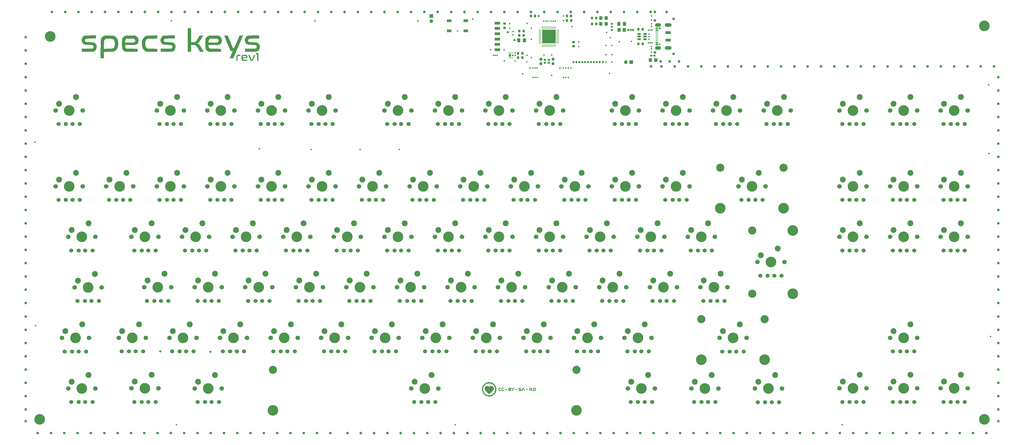
<source format=gbr>
%TF.GenerationSoftware,KiCad,Pcbnew,(5.99.0-10004-g132ec37b56)*%
%TF.CreationDate,2021-04-06T22:09:18+02:00*%
%TF.ProjectId,gh80-3003-nicosmod,67683830-2d33-4303-9033-2d6e69636f73,rev?*%
%TF.SameCoordinates,Original*%
%TF.FileFunction,Soldermask,Top*%
%TF.FilePolarity,Negative*%
%FSLAX46Y46*%
G04 Gerber Fmt 4.6, Leading zero omitted, Abs format (unit mm)*
G04 Created by KiCad (PCBNEW (5.99.0-10004-g132ec37b56)) date 2021-04-06 22:09:18*
%MOMM*%
%LPD*%
G01*
G04 APERTURE LIST*
G04 Aperture macros list*
%AMRoundRect*
0 Rectangle with rounded corners*
0 $1 Rounding radius*
0 $2 $3 $4 $5 $6 $7 $8 $9 X,Y pos of 4 corners*
0 Add a 4 corners polygon primitive as box body*
4,1,4,$2,$3,$4,$5,$6,$7,$8,$9,$2,$3,0*
0 Add four circle primitives for the rounded corners*
1,1,$1+$1,$2,$3*
1,1,$1+$1,$4,$5*
1,1,$1+$1,$6,$7*
1,1,$1+$1,$8,$9*
0 Add four rect primitives between the rounded corners*
20,1,$1+$1,$2,$3,$4,$5,0*
20,1,$1+$1,$4,$5,$6,$7,0*
20,1,$1+$1,$6,$7,$8,$9,0*
20,1,$1+$1,$8,$9,$2,$3,0*%
G04 Aperture macros list end*
%ADD10C,0.010000*%
%ADD11C,1.524000*%
%ADD12C,2.200000*%
%ADD13C,4.000000*%
%ADD14C,1.700000*%
%ADD15C,3.050000*%
%ADD16RoundRect,0.250000X-0.337500X-0.475000X0.337500X-0.475000X0.337500X0.475000X-0.337500X0.475000X0*%
%ADD17RoundRect,0.250000X-0.325000X-0.450000X0.325000X-0.450000X0.325000X0.450000X-0.325000X0.450000X0*%
%ADD18RoundRect,0.200000X-0.200000X-0.275000X0.200000X-0.275000X0.200000X0.275000X-0.200000X0.275000X0*%
%ADD19RoundRect,0.225000X-0.250000X0.225000X-0.250000X-0.225000X0.250000X-0.225000X0.250000X0.225000X0*%
%ADD20RoundRect,0.200000X0.275000X-0.200000X0.275000X0.200000X-0.275000X0.200000X-0.275000X-0.200000X0*%
%ADD21RoundRect,0.250000X0.337500X0.475000X-0.337500X0.475000X-0.337500X-0.475000X0.337500X-0.475000X0*%
%ADD22RoundRect,0.225000X-0.225000X-0.250000X0.225000X-0.250000X0.225000X0.250000X-0.225000X0.250000X0*%
%ADD23RoundRect,0.225000X0.225000X0.250000X-0.225000X0.250000X-0.225000X-0.250000X0.225000X-0.250000X0*%
%ADD24R,1.700000X1.000000*%
%ADD25RoundRect,0.250000X-0.350000X-0.450000X0.350000X-0.450000X0.350000X0.450000X-0.350000X0.450000X0*%
%ADD26R,0.400000X0.425000*%
%ADD27R,0.950000X1.100000*%
%ADD28R,0.480000X0.800000*%
%ADD29RoundRect,0.150000X0.512500X0.150000X-0.512500X0.150000X-0.512500X-0.150000X0.512500X-0.150000X0*%
%ADD30R,1.350000X1.350000*%
%ADD31O,1.350000X1.350000*%
%ADD32RoundRect,0.062500X-0.475000X-0.062500X0.475000X-0.062500X0.475000X0.062500X-0.475000X0.062500X0*%
%ADD33RoundRect,0.062500X-0.062500X-0.475000X0.062500X-0.475000X0.062500X0.475000X-0.062500X0.475000X0*%
%ADD34R,5.200000X5.200000*%
%ADD35RoundRect,0.200000X0.200000X0.275000X-0.200000X0.275000X-0.200000X-0.275000X0.200000X-0.275000X0*%
%ADD36C,0.600000*%
%ADD37R,2.000000X1.000000*%
%ADD38O,0.600000X0.850000*%
%ADD39R,1.000000X0.520000*%
%ADD40R,1.000000X0.270000*%
%ADD41O,2.300000X1.300000*%
%ADD42O,2.600000X1.300000*%
%ADD43RoundRect,0.250000X0.350000X0.450000X-0.350000X0.450000X-0.350000X-0.450000X0.350000X-0.450000X0*%
%ADD44RoundRect,0.237500X-0.237500X0.300000X-0.237500X-0.300000X0.237500X-0.300000X0.237500X0.300000X0*%
%ADD45RoundRect,0.237500X0.237500X-0.300000X0.237500X0.300000X-0.237500X0.300000X-0.237500X-0.300000X0*%
%ADD46RoundRect,0.160000X-0.222500X-0.160000X0.222500X-0.160000X0.222500X0.160000X-0.222500X0.160000X0*%
%ADD47R,0.900000X0.800000*%
%ADD48C,0.800000*%
%ADD49C,1.000000*%
G04 APERTURE END LIST*
G36*
X101209565Y-63914627D02*
G01*
X101390961Y-63931915D01*
X101475959Y-63976265D01*
X101501022Y-64060389D01*
X101502474Y-64123356D01*
X101489774Y-64246277D01*
X101423565Y-64309251D01*
X101261689Y-64332164D01*
X101053741Y-64335023D01*
X100780379Y-64353176D01*
X100571382Y-64399624D01*
X100503408Y-64436623D01*
X100449459Y-64581687D01*
X100415111Y-64880990D01*
X100401906Y-65320400D01*
X100401808Y-65367956D01*
X100400450Y-65747572D01*
X100391067Y-65989085D01*
X100365692Y-66123724D01*
X100316357Y-66182718D01*
X100235097Y-66197298D01*
X100190141Y-66197689D01*
X99978474Y-66197689D01*
X99978474Y-65194811D01*
X99983465Y-64704175D01*
X100010376Y-64357762D01*
X100077115Y-64130511D01*
X100201589Y-63997359D01*
X100401707Y-63933244D01*
X100695377Y-63913103D01*
X100895308Y-63911689D01*
X101209565Y-63914627D01*
G37*
G36*
X70260474Y-57803643D02*
G01*
X68461308Y-57830833D01*
X67855009Y-57841295D01*
X67393104Y-57853501D01*
X67050651Y-57869818D01*
X66802711Y-57892613D01*
X66624343Y-57924252D01*
X66490609Y-57967103D01*
X66376569Y-58023533D01*
X66365808Y-58029713D01*
X66097964Y-58234990D01*
X65910919Y-58507566D01*
X65794650Y-58874136D01*
X65739130Y-59361395D01*
X65730808Y-59720689D01*
X65754850Y-60292691D01*
X65833660Y-60728072D01*
X65977262Y-61053529D01*
X66195680Y-61295757D01*
X66365808Y-61411666D01*
X66479272Y-61469515D01*
X66610052Y-61513559D01*
X66783084Y-61546166D01*
X67023311Y-61569703D01*
X67355671Y-61586535D01*
X67805104Y-61599031D01*
X68396550Y-61609558D01*
X68461308Y-61610546D01*
X70260474Y-61637736D01*
X70260474Y-62811023D01*
X68376641Y-62803745D01*
X67816449Y-62798781D01*
X67303100Y-62788962D01*
X66864358Y-62775239D01*
X66527988Y-62758566D01*
X66321752Y-62739895D01*
X66281141Y-62731848D01*
X65693288Y-62470990D01*
X65195552Y-62085130D01*
X64812364Y-61597138D01*
X64611822Y-61169276D01*
X64525917Y-60801933D01*
X64472901Y-60321859D01*
X64452774Y-59782432D01*
X64465537Y-59237029D01*
X64511189Y-58739029D01*
X64589730Y-58341808D01*
X64611822Y-58272102D01*
X64884022Y-57735474D01*
X65287508Y-57268212D01*
X65786629Y-56911290D01*
X65803803Y-56902137D01*
X65944732Y-56829779D01*
X66074416Y-56774192D01*
X66217298Y-56732818D01*
X66397821Y-56703095D01*
X66640428Y-56682464D01*
X66969561Y-56668366D01*
X67409663Y-56658239D01*
X67985177Y-56649526D01*
X68249641Y-56645983D01*
X70260474Y-56619278D01*
X70260474Y-57803643D01*
G37*
G36*
X104717948Y-63921201D02*
G01*
X104800534Y-63962546D01*
X104884351Y-64054943D01*
X104979737Y-64217608D01*
X105097031Y-64469757D01*
X105246571Y-64830609D01*
X105438696Y-65319379D01*
X105578817Y-65682310D01*
X105637733Y-65793727D01*
X105704424Y-65814297D01*
X105789380Y-65729724D01*
X105903088Y-65525717D01*
X106056037Y-65187983D01*
X106208771Y-64823870D01*
X106368512Y-64443130D01*
X106485818Y-64191878D01*
X106580144Y-64041984D01*
X106670949Y-63965319D01*
X106777689Y-63933753D01*
X106828794Y-63927496D01*
X107005522Y-63920396D01*
X107051401Y-63975603D01*
X107010006Y-64112312D01*
X106858610Y-64494818D01*
X106686652Y-64904469D01*
X106509999Y-65306213D01*
X106344521Y-65664995D01*
X106206085Y-65945762D01*
X106110559Y-66113462D01*
X106094734Y-66134189D01*
X105910537Y-66242612D01*
X105663862Y-66278978D01*
X105432687Y-66240178D01*
X105320527Y-66165058D01*
X105264569Y-66060675D01*
X105161511Y-65837307D01*
X105026393Y-65530601D01*
X104874256Y-65176202D01*
X104720138Y-64809758D01*
X104579080Y-64466914D01*
X104466121Y-64183317D01*
X104396302Y-63994614D01*
X104381141Y-63938596D01*
X104454684Y-63919425D01*
X104626255Y-63911689D01*
X104717948Y-63921201D01*
G37*
G36*
X107941351Y-63294224D02*
G01*
X108106474Y-63403689D01*
X108171271Y-63481560D01*
X108217143Y-63583288D01*
X108247309Y-63737045D01*
X108264990Y-63971002D01*
X108273406Y-64313332D01*
X108275774Y-64792204D01*
X108275808Y-64885356D01*
X108275808Y-66197689D01*
X107772457Y-66197689D01*
X107748965Y-64991189D01*
X107725474Y-63784689D01*
X107492641Y-63757899D01*
X107323743Y-63709286D01*
X107264148Y-63579717D01*
X107259808Y-63482732D01*
X107273713Y-63323413D01*
X107347734Y-63252586D01*
X107530325Y-63234714D01*
X107598474Y-63234356D01*
X107941351Y-63294224D01*
G37*
G36*
X108529808Y-57815689D02*
G01*
X106757319Y-57815689D01*
X106060370Y-57818650D01*
X105514408Y-57831037D01*
X105101136Y-57858107D01*
X104802260Y-57905116D01*
X104599484Y-57977321D01*
X104474513Y-58079977D01*
X104409051Y-58218342D01*
X104384802Y-58397671D01*
X104382437Y-58498007D01*
X104388547Y-58708104D01*
X104423371Y-58865508D01*
X104508567Y-58978730D01*
X104665789Y-59056284D01*
X104916694Y-59106682D01*
X105282938Y-59138437D01*
X105786176Y-59160061D01*
X106090920Y-59169585D01*
X106632535Y-59187309D01*
X107035719Y-59206320D01*
X107331349Y-59230829D01*
X107550301Y-59265047D01*
X107723452Y-59313186D01*
X107881679Y-59379457D01*
X107976660Y-59426769D01*
X108360789Y-59696767D01*
X108616746Y-60053775D01*
X108753689Y-60515008D01*
X108783808Y-60943733D01*
X108717254Y-61531066D01*
X108519635Y-62014319D01*
X108194018Y-62389160D01*
X107743466Y-62651254D01*
X107523767Y-62724998D01*
X107353007Y-62749243D01*
X107041142Y-62770840D01*
X106616394Y-62788745D01*
X106106985Y-62801918D01*
X105541134Y-62809317D01*
X105206641Y-62810550D01*
X103195808Y-62811023D01*
X103195808Y-61625689D01*
X105061194Y-61625689D01*
X105765288Y-61622605D01*
X106318962Y-61610847D01*
X106741057Y-61586660D01*
X107050414Y-61546288D01*
X107265874Y-61485975D01*
X107406278Y-61401965D01*
X107490469Y-61290502D01*
X107537287Y-61147829D01*
X107540699Y-61131399D01*
X107547530Y-60778858D01*
X107431222Y-60488474D01*
X107209060Y-60298667D01*
X107156365Y-60277164D01*
X106973726Y-60242624D01*
X106663683Y-60214049D01*
X106268132Y-60194233D01*
X105828974Y-60185967D01*
X105786673Y-60185884D01*
X105335988Y-60178613D01*
X104915619Y-60159127D01*
X104570976Y-60130343D01*
X104347468Y-60095178D01*
X104338808Y-60092903D01*
X103853827Y-59881141D01*
X103482476Y-59549320D01*
X103234914Y-59111422D01*
X103121304Y-58581433D01*
X103114860Y-58408356D01*
X103185461Y-57866715D01*
X103386607Y-57398206D01*
X103702306Y-57026059D01*
X104116570Y-56773500D01*
X104277937Y-56718748D01*
X104453958Y-56693201D01*
X104771123Y-56670638D01*
X105201253Y-56652143D01*
X105716171Y-56638803D01*
X106287697Y-56631701D01*
X106561308Y-56630828D01*
X108529808Y-56630356D01*
X108529808Y-57815689D01*
G37*
G36*
X48953759Y-60203914D02*
G01*
X48961104Y-59630173D01*
X48970222Y-59174445D01*
X48982079Y-58819624D01*
X48997640Y-58548605D01*
X49017870Y-58344281D01*
X49043734Y-58189547D01*
X49076198Y-58067298D01*
X49116227Y-57960427D01*
X49161443Y-57859077D01*
X49397673Y-57431025D01*
X49673567Y-57119471D01*
X50036635Y-56871761D01*
X50067474Y-56854950D01*
X50196271Y-56791687D01*
X50331809Y-56744972D01*
X50501203Y-56712322D01*
X50731567Y-56691252D01*
X51050015Y-56679279D01*
X51483663Y-56673920D01*
X52057141Y-56672689D01*
X52625428Y-56673300D01*
X53053143Y-56677282D01*
X53369048Y-56687857D01*
X53601902Y-56708250D01*
X53780467Y-56741683D01*
X53933505Y-56791380D01*
X54089776Y-56860564D01*
X54196373Y-56912434D01*
X54688963Y-57229702D01*
X55066940Y-57646452D01*
X55335093Y-58172531D01*
X55498213Y-58817786D01*
X55561086Y-59592063D01*
X55562167Y-59720689D01*
X55517472Y-60502939D01*
X55379064Y-61153529D01*
X55140465Y-61685934D01*
X54795193Y-62113629D01*
X54336767Y-62450092D01*
X54218909Y-62513810D01*
X53720951Y-62768689D01*
X51957712Y-62795986D01*
X50194474Y-62823283D01*
X50194474Y-65266356D01*
X48914245Y-65266356D01*
X48940526Y-61773856D01*
X48941553Y-61641776D01*
X50180527Y-61641776D01*
X51775001Y-61612566D01*
X52345616Y-61600367D01*
X52773545Y-61585749D01*
X53085436Y-61565911D01*
X53307937Y-61538053D01*
X53467695Y-61499374D01*
X53591357Y-61447073D01*
X53646439Y-61415872D01*
X53951632Y-61142563D01*
X54158711Y-60747056D01*
X54270772Y-60221455D01*
X54294356Y-59763742D01*
X54266287Y-59174842D01*
X54170672Y-58708075D01*
X53993066Y-58352371D01*
X53719022Y-58096662D01*
X53334097Y-57929878D01*
X52823843Y-57840950D01*
X52173815Y-57818810D01*
X51771063Y-57830221D01*
X51291962Y-57866598D01*
X50943918Y-57936925D01*
X50689734Y-58056086D01*
X50492210Y-58238966D01*
X50386153Y-58384348D01*
X50330566Y-58492737D01*
X50288867Y-58641943D01*
X50258404Y-58857994D01*
X50236526Y-59166921D01*
X50220582Y-59594752D01*
X50208667Y-60126879D01*
X50180527Y-61641776D01*
X48941553Y-61641776D01*
X48947221Y-60912773D01*
X48953759Y-60203914D01*
G37*
G36*
X82960474Y-59191069D02*
G01*
X83712848Y-59155097D01*
X84170949Y-59117017D01*
X84502024Y-59054598D01*
X84659648Y-58990032D01*
X84769296Y-58871879D01*
X84938678Y-58634755D01*
X85147752Y-58309051D01*
X85376475Y-57925158D01*
X85466348Y-57766814D01*
X86078623Y-56672689D01*
X86772832Y-56647943D01*
X87467042Y-56623197D01*
X87105977Y-57282943D01*
X86743670Y-57931306D01*
X86439807Y-58442929D01*
X86182706Y-58835203D01*
X85960685Y-59125516D01*
X85762060Y-59331260D01*
X85689352Y-59391609D01*
X85348342Y-59655196D01*
X85633747Y-59791296D01*
X85854329Y-59942862D01*
X86087115Y-60171398D01*
X86182103Y-60289710D01*
X86301307Y-60468305D01*
X86471209Y-60741383D01*
X86674392Y-61078852D01*
X86893438Y-61450616D01*
X87110932Y-61826582D01*
X87309456Y-62176655D01*
X87471592Y-62470742D01*
X87579925Y-62678748D01*
X87617141Y-62769250D01*
X87539165Y-62788800D01*
X87331563Y-62798371D01*
X87033821Y-62796599D01*
X86922167Y-62793280D01*
X86227193Y-62768689D01*
X85620098Y-61668023D01*
X85340774Y-61172706D01*
X85110520Y-60807601D01*
X84902042Y-60551784D01*
X84688043Y-60384333D01*
X84441227Y-60284324D01*
X84134299Y-60230832D01*
X83739963Y-60202936D01*
X83706689Y-60201320D01*
X82960474Y-60165643D01*
X82960474Y-62811023D01*
X81690474Y-62811023D01*
X81690474Y-53921023D01*
X82960474Y-53921023D01*
X82960474Y-59191069D01*
G37*
G36*
X56989474Y-58620987D02*
G01*
X57014619Y-58223031D01*
X57047583Y-57959033D01*
X57064167Y-57891823D01*
X57306864Y-57415719D01*
X57672248Y-57028746D01*
X57925212Y-56862408D01*
X58049942Y-56800224D01*
X58176917Y-56753328D01*
X58331244Y-56719574D01*
X58538029Y-56696812D01*
X58822377Y-56682894D01*
X59209396Y-56675674D01*
X59724189Y-56673003D01*
X60142808Y-56672689D01*
X60753388Y-56673437D01*
X61219510Y-56677148D01*
X61566048Y-56686024D01*
X61817875Y-56702268D01*
X61999864Y-56728081D01*
X62136889Y-56765666D01*
X62253824Y-56817224D01*
X62345595Y-56867701D01*
X62734829Y-57174936D01*
X63004896Y-57588880D01*
X63151353Y-58046122D01*
X63197664Y-58571723D01*
X63122269Y-59082956D01*
X62935721Y-59530131D01*
X62794778Y-59724871D01*
X62629397Y-59889177D01*
X62440946Y-60017695D01*
X62207389Y-60114589D01*
X61906686Y-60184026D01*
X61516800Y-60230169D01*
X61015694Y-60257185D01*
X60381328Y-60269237D01*
X59905002Y-60271023D01*
X58131597Y-60271023D01*
X58172998Y-60701894D01*
X58238690Y-61042453D01*
X58375269Y-61287562D01*
X58439543Y-61358061D01*
X58664687Y-61583356D01*
X60779580Y-61608661D01*
X62894474Y-61633967D01*
X62894474Y-62811023D01*
X60714308Y-62803745D01*
X60112506Y-62799315D01*
X59557649Y-62790649D01*
X59075064Y-62778507D01*
X58690082Y-62763651D01*
X58428033Y-62746841D01*
X58321926Y-62731915D01*
X57795141Y-62494375D01*
X57390158Y-62141270D01*
X57111656Y-61676998D01*
X57064167Y-61549555D01*
X57028183Y-61352008D01*
X56999451Y-61009754D01*
X56979264Y-60547314D01*
X56968913Y-59989210D01*
X56967808Y-59720689D01*
X56971430Y-59339689D01*
X58132789Y-59339689D01*
X59696664Y-59339689D01*
X60272386Y-59334432D01*
X60772457Y-59319552D01*
X61170730Y-59296383D01*
X61441060Y-59266260D01*
X61528960Y-59246117D01*
X61797056Y-59076171D01*
X61943703Y-58820003D01*
X61961037Y-58516980D01*
X61841193Y-58206468D01*
X61758805Y-58095577D01*
X61554469Y-57858023D01*
X58664989Y-57858023D01*
X58435906Y-58087106D01*
X58295388Y-58261977D01*
X58215457Y-58471885D01*
X58173480Y-58779843D01*
X58169805Y-58827940D01*
X58132789Y-59339689D01*
X56971430Y-59339689D01*
X56973439Y-59128380D01*
X56989474Y-58620987D01*
G37*
G36*
X101929256Y-64336804D02*
G01*
X101965009Y-64256411D01*
X102061023Y-64100872D01*
X102180071Y-64000399D01*
X102358759Y-63943223D01*
X102633693Y-63917576D01*
X103037247Y-63911689D01*
X103385941Y-63917180D01*
X103612476Y-63941039D01*
X103763869Y-63994342D01*
X103887137Y-64088168D01*
X103919323Y-64119507D01*
X104094090Y-64392511D01*
X104129056Y-64689853D01*
X104024970Y-64963785D01*
X103904056Y-65090877D01*
X103752601Y-65184498D01*
X103562546Y-65238505D01*
X103285655Y-65262421D01*
X103015056Y-65266356D01*
X102682461Y-65268943D01*
X102484386Y-65283766D01*
X102386026Y-65321413D01*
X102352574Y-65392475D01*
X102349141Y-65468964D01*
X102368698Y-65601161D01*
X102445668Y-65689249D01*
X102607494Y-65741776D01*
X102881623Y-65767288D01*
X103295498Y-65774333D01*
X103329732Y-65774356D01*
X103676197Y-65776346D01*
X103887017Y-65788987D01*
X103995878Y-65822282D01*
X104036468Y-65886236D01*
X104042474Y-65986023D01*
X104042474Y-66197689D01*
X103174641Y-66191005D01*
X102799755Y-66184158D01*
X102483472Y-66171047D01*
X102267288Y-66153800D01*
X102199193Y-66141022D01*
X102053025Y-66000117D01*
X101940005Y-65736356D01*
X101865625Y-65393941D01*
X101835378Y-65017075D01*
X101853083Y-64681694D01*
X102349141Y-64681694D01*
X102349141Y-64927689D01*
X102938829Y-64927689D01*
X103261930Y-64920368D01*
X103457583Y-64891725D01*
X103567295Y-64831742D01*
X103615994Y-64764236D01*
X103647601Y-64575681D01*
X103528551Y-64434854D01*
X103273400Y-64352371D01*
X103027351Y-64335023D01*
X102683976Y-64348689D01*
X102477290Y-64400355D01*
X102376082Y-64506022D01*
X102349141Y-64681694D01*
X101853083Y-64681694D01*
X101854758Y-64649962D01*
X101929256Y-64336804D01*
G37*
G36*
X98803748Y-65224023D02*
G01*
X98118527Y-65248655D01*
X97433305Y-65273288D01*
X97551708Y-64994655D01*
X97867410Y-64249974D01*
X98124893Y-63638864D01*
X98322172Y-63166098D01*
X98457265Y-62836447D01*
X98528188Y-62654684D01*
X98539141Y-62619041D01*
X98464593Y-62581787D01*
X98278463Y-62537981D01*
X98204512Y-62525155D01*
X97898921Y-62421195D01*
X97666719Y-62196834D01*
X97599773Y-62071987D01*
X97481245Y-61815471D01*
X97320401Y-61449865D01*
X97126510Y-60997744D01*
X96908837Y-60481684D01*
X96676651Y-59924261D01*
X96439220Y-59348052D01*
X96205809Y-58775632D01*
X95985687Y-58229579D01*
X95788122Y-57732468D01*
X95622380Y-57306875D01*
X95497728Y-56975376D01*
X95423435Y-56760549D01*
X95406325Y-56690294D01*
X95484117Y-56661574D01*
X95690163Y-56645786D01*
X95983695Y-56645582D01*
X96057817Y-56647961D01*
X96709160Y-56672689D01*
X97651905Y-58982210D01*
X97894298Y-59571718D01*
X98119725Y-60111800D01*
X98319401Y-60582047D01*
X98484540Y-60962048D01*
X98606357Y-61231396D01*
X98676067Y-61369679D01*
X98684902Y-61381983D01*
X98767892Y-61447990D01*
X98850175Y-61465027D01*
X98939873Y-61419768D01*
X99045108Y-61298890D01*
X99174002Y-61089066D01*
X99334676Y-60776973D01*
X99535253Y-60349285D01*
X99783853Y-59792677D01*
X100088600Y-59093825D01*
X100110756Y-59042672D01*
X101136977Y-56672689D01*
X101822470Y-56648183D01*
X102507962Y-56623677D01*
X98803748Y-65224023D01*
G37*
G36*
X88317080Y-58601830D02*
G01*
X88341242Y-58221673D01*
X88374078Y-57959360D01*
X88390834Y-57891823D01*
X88633531Y-57415719D01*
X88998915Y-57028746D01*
X89251879Y-56862408D01*
X89376608Y-56800224D01*
X89503583Y-56753328D01*
X89657911Y-56719574D01*
X89864695Y-56696812D01*
X90149044Y-56682894D01*
X90536062Y-56675674D01*
X91050856Y-56673003D01*
X91469474Y-56672689D01*
X92080055Y-56673437D01*
X92546177Y-56677148D01*
X92892715Y-56686024D01*
X93144541Y-56702268D01*
X93326531Y-56728081D01*
X93463556Y-56765666D01*
X93580491Y-56817224D01*
X93672262Y-56867701D01*
X94061496Y-57174936D01*
X94331562Y-57588880D01*
X94478019Y-58046122D01*
X94524331Y-58571723D01*
X94448936Y-59082956D01*
X94262388Y-59530131D01*
X94121445Y-59724871D01*
X93956064Y-59889177D01*
X93767613Y-60017695D01*
X93534055Y-60114589D01*
X93233353Y-60184026D01*
X92843467Y-60230169D01*
X92342361Y-60257185D01*
X91707995Y-60269237D01*
X91231668Y-60271023D01*
X89458263Y-60271023D01*
X89499665Y-60701894D01*
X89565357Y-61042453D01*
X89701935Y-61287562D01*
X89766210Y-61358061D01*
X89991353Y-61583356D01*
X92106247Y-61608661D01*
X94221141Y-61633967D01*
X94221141Y-62811023D01*
X92040974Y-62803745D01*
X91439173Y-62799315D01*
X90884315Y-62790649D01*
X90401731Y-62778507D01*
X90016749Y-62763651D01*
X89754699Y-62746841D01*
X89648593Y-62731915D01*
X89121808Y-62494375D01*
X88716825Y-62141270D01*
X88438322Y-61676998D01*
X88390834Y-61549555D01*
X88354274Y-61348828D01*
X88326388Y-61014860D01*
X88307178Y-60583520D01*
X88296641Y-60090678D01*
X88294780Y-59572202D01*
X88297896Y-59339689D01*
X89459455Y-59339689D01*
X91023330Y-59339689D01*
X91599052Y-59334432D01*
X92099123Y-59319552D01*
X92497397Y-59296383D01*
X92767726Y-59266260D01*
X92855627Y-59246117D01*
X93123723Y-59076171D01*
X93270370Y-58820003D01*
X93287704Y-58516980D01*
X93167860Y-58206468D01*
X93085472Y-58095577D01*
X92881136Y-57858023D01*
X89991656Y-57858023D01*
X89762572Y-58087106D01*
X89622054Y-58261977D01*
X89542123Y-58471885D01*
X89500146Y-58779843D01*
X89496472Y-58827940D01*
X89459455Y-59339689D01*
X88297896Y-59339689D01*
X88301592Y-59063963D01*
X88317080Y-58601830D01*
G37*
G36*
X47231141Y-57815689D02*
G01*
X45458653Y-57815689D01*
X44761704Y-57818650D01*
X44215741Y-57831037D01*
X43802470Y-57858107D01*
X43503594Y-57905116D01*
X43300818Y-57977321D01*
X43175846Y-58079977D01*
X43110384Y-58218342D01*
X43086136Y-58397671D01*
X43083771Y-58498007D01*
X43089880Y-58708104D01*
X43124705Y-58865508D01*
X43209900Y-58978730D01*
X43367123Y-59056284D01*
X43618028Y-59106682D01*
X43984272Y-59138437D01*
X44487510Y-59160061D01*
X44792253Y-59169585D01*
X45333869Y-59187309D01*
X45737053Y-59206320D01*
X46032682Y-59230829D01*
X46251634Y-59265047D01*
X46424785Y-59313186D01*
X46583012Y-59379457D01*
X46677993Y-59426769D01*
X47062122Y-59696767D01*
X47318079Y-60053775D01*
X47455023Y-60515008D01*
X47485141Y-60943733D01*
X47418587Y-61531066D01*
X47220969Y-62014319D01*
X46895351Y-62389160D01*
X46444799Y-62651254D01*
X46225100Y-62724998D01*
X46054340Y-62749243D01*
X45742476Y-62770840D01*
X45317728Y-62788745D01*
X44808318Y-62801918D01*
X44242467Y-62809317D01*
X43907974Y-62810550D01*
X41897141Y-62811023D01*
X41897141Y-61625689D01*
X43762527Y-61625689D01*
X44466622Y-61622605D01*
X45020296Y-61610847D01*
X45442390Y-61586660D01*
X45751747Y-61546288D01*
X45967207Y-61485975D01*
X46107612Y-61401965D01*
X46191802Y-61290502D01*
X46238620Y-61147829D01*
X46242032Y-61131399D01*
X46248864Y-60778858D01*
X46132555Y-60488474D01*
X45910393Y-60298667D01*
X45857698Y-60277164D01*
X45675060Y-60242624D01*
X45365016Y-60214049D01*
X44969466Y-60194233D01*
X44530307Y-60185967D01*
X44488007Y-60185884D01*
X44037321Y-60178613D01*
X43616952Y-60159127D01*
X43272309Y-60130343D01*
X43048802Y-60095178D01*
X43040141Y-60092903D01*
X42555160Y-59881141D01*
X42183809Y-59549320D01*
X41936248Y-59111422D01*
X41822637Y-58581433D01*
X41816193Y-58408356D01*
X41886795Y-57866715D01*
X42087940Y-57398206D01*
X42403640Y-57026059D01*
X42817904Y-56773500D01*
X42979270Y-56718748D01*
X43155291Y-56693201D01*
X43472456Y-56670638D01*
X43902587Y-56652143D01*
X44417504Y-56638803D01*
X44989031Y-56631701D01*
X45262641Y-56630828D01*
X47231141Y-56630356D01*
X47231141Y-57815689D01*
G37*
G36*
X76864474Y-57815689D02*
G01*
X75091986Y-57815689D01*
X74395037Y-57818650D01*
X73849074Y-57831037D01*
X73435803Y-57858107D01*
X73136927Y-57905116D01*
X72934151Y-57977321D01*
X72809180Y-58079977D01*
X72743718Y-58218342D01*
X72719469Y-58397671D01*
X72717104Y-58498007D01*
X72723213Y-58708104D01*
X72758038Y-58865508D01*
X72843233Y-58978730D01*
X73000456Y-59056284D01*
X73251361Y-59106682D01*
X73617605Y-59138437D01*
X74120843Y-59160061D01*
X74425587Y-59169585D01*
X74967202Y-59187309D01*
X75370386Y-59206320D01*
X75666015Y-59230829D01*
X75884967Y-59265047D01*
X76058118Y-59313186D01*
X76216345Y-59379457D01*
X76311326Y-59426769D01*
X76695456Y-59696767D01*
X76951412Y-60053775D01*
X77088356Y-60515008D01*
X77118474Y-60943733D01*
X77051920Y-61531066D01*
X76854302Y-62014319D01*
X76528684Y-62389160D01*
X76078132Y-62651254D01*
X75858434Y-62724998D01*
X75687673Y-62749243D01*
X75375809Y-62770840D01*
X74951061Y-62788745D01*
X74441651Y-62801918D01*
X73875801Y-62809317D01*
X73541308Y-62810550D01*
X71530474Y-62811023D01*
X71530474Y-61625689D01*
X73395860Y-61625689D01*
X74099955Y-61622605D01*
X74653629Y-61610847D01*
X75075724Y-61586660D01*
X75385080Y-61546288D01*
X75600541Y-61485975D01*
X75740945Y-61401965D01*
X75825136Y-61290502D01*
X75871953Y-61147829D01*
X75875366Y-61131399D01*
X75882197Y-60778858D01*
X75765889Y-60488474D01*
X75543726Y-60298667D01*
X75491032Y-60277164D01*
X75308393Y-60242624D01*
X74998349Y-60214049D01*
X74602799Y-60194233D01*
X74163641Y-60185967D01*
X74121340Y-60185884D01*
X73670655Y-60178613D01*
X73250285Y-60159127D01*
X72905642Y-60130343D01*
X72682135Y-60095178D01*
X72673474Y-60092903D01*
X72188494Y-59881141D01*
X71817142Y-59549320D01*
X71569581Y-59111422D01*
X71455971Y-58581433D01*
X71449526Y-58408356D01*
X71520128Y-57866715D01*
X71721274Y-57398206D01*
X72036973Y-57026059D01*
X72451237Y-56773500D01*
X72612603Y-56718748D01*
X72788624Y-56693201D01*
X73105789Y-56670638D01*
X73535920Y-56652143D01*
X74050838Y-56638803D01*
X74622364Y-56631701D01*
X74895974Y-56630828D01*
X76864474Y-56630356D01*
X76864474Y-57815689D01*
G37*
D10*
X195765204Y-188482965D02*
X195948783Y-188530246D01*
X195948783Y-188530246D02*
X196130341Y-188619552D01*
X196130341Y-188619552D02*
X196173071Y-188647006D01*
X196173071Y-188647006D02*
X196330920Y-188776035D01*
X196330920Y-188776035D02*
X196454794Y-188925639D01*
X196454794Y-188925639D02*
X196543434Y-189091292D01*
X196543434Y-189091292D02*
X196595581Y-189268469D01*
X196595581Y-189268469D02*
X196609974Y-189452643D01*
X196609974Y-189452643D02*
X196585354Y-189639290D01*
X196585354Y-189639290D02*
X196520462Y-189823882D01*
X196520462Y-189823882D02*
X196507810Y-189849863D01*
X196507810Y-189849863D02*
X196465757Y-189924535D01*
X196465757Y-189924535D02*
X196410588Y-190006654D01*
X196410588Y-190006654D02*
X196340218Y-190098443D01*
X196340218Y-190098443D02*
X196252563Y-190202129D01*
X196252563Y-190202129D02*
X196145539Y-190319937D01*
X196145539Y-190319937D02*
X196017061Y-190454091D01*
X196017061Y-190454091D02*
X195865046Y-190606817D01*
X195865046Y-190606817D02*
X195687408Y-190780340D01*
X195687408Y-190780340D02*
X195482064Y-190976885D01*
X195482064Y-190976885D02*
X195246928Y-191198678D01*
X195246928Y-191198678D02*
X195225920Y-191218374D01*
X195225920Y-191218374D02*
X194927423Y-191498100D01*
X194927423Y-191498100D02*
X194453414Y-191101758D01*
X194453414Y-191101758D02*
X194220057Y-190904710D01*
X194220057Y-190904710D02*
X194018493Y-190729731D01*
X194018493Y-190729731D02*
X193846376Y-190573861D01*
X193846376Y-190573861D02*
X193701354Y-190434144D01*
X193701354Y-190434144D02*
X193581081Y-190307619D01*
X193581081Y-190307619D02*
X193483205Y-190191329D01*
X193483205Y-190191329D02*
X193405380Y-190082315D01*
X193405380Y-190082315D02*
X193345255Y-189977619D01*
X193345255Y-189977619D02*
X193300482Y-189874281D01*
X193300482Y-189874281D02*
X193268712Y-189769345D01*
X193268712Y-189769345D02*
X193247596Y-189659850D01*
X193247596Y-189659850D02*
X193237042Y-189569734D01*
X193237042Y-189569734D02*
X193235921Y-189364628D01*
X193235921Y-189364628D02*
X193268573Y-189172029D01*
X193268573Y-189172029D02*
X193331895Y-188995570D01*
X193331895Y-188995570D02*
X193422781Y-188838885D01*
X193422781Y-188838885D02*
X193538128Y-188705607D01*
X193538128Y-188705607D02*
X193674831Y-188599372D01*
X193674831Y-188599372D02*
X193829786Y-188523811D01*
X193829786Y-188523811D02*
X193999888Y-188482558D01*
X193999888Y-188482558D02*
X194169570Y-188478215D01*
X194169570Y-188478215D02*
X194359548Y-188513126D01*
X194359548Y-188513126D02*
X194548471Y-188589323D01*
X194548471Y-188589323D02*
X194734574Y-188705088D01*
X194734574Y-188705088D02*
X194803174Y-188753439D01*
X194803174Y-188753439D02*
X194859786Y-188790209D01*
X194859786Y-188790209D02*
X194895125Y-188809483D01*
X194895125Y-188809483D02*
X194900748Y-188810999D01*
X194900748Y-188810999D02*
X194926370Y-188798454D01*
X194926370Y-188798454D02*
X194974472Y-188765363D01*
X194974472Y-188765363D02*
X195035234Y-188718542D01*
X195035234Y-188718542D02*
X195043027Y-188712230D01*
X195043027Y-188712230D02*
X195218512Y-188592342D01*
X195218512Y-188592342D02*
X195398449Y-188514106D01*
X195398449Y-188514106D02*
X195581219Y-188477616D01*
X195581219Y-188477616D02*
X195765204Y-188482965D01*
X195765204Y-188482965D02*
X195765204Y-188482965D01*
G36*
X195765204Y-188482965D02*
G01*
X195948783Y-188530246D01*
X196130341Y-188619552D01*
X196173071Y-188647006D01*
X196330920Y-188776035D01*
X196454794Y-188925639D01*
X196543434Y-189091292D01*
X196595581Y-189268469D01*
X196609974Y-189452643D01*
X196585354Y-189639290D01*
X196520462Y-189823882D01*
X196507810Y-189849863D01*
X196465757Y-189924535D01*
X196410588Y-190006654D01*
X196340218Y-190098443D01*
X196252563Y-190202129D01*
X196145539Y-190319937D01*
X196017061Y-190454091D01*
X195865046Y-190606817D01*
X195687408Y-190780340D01*
X195482064Y-190976885D01*
X195246928Y-191198678D01*
X195225920Y-191218374D01*
X194927423Y-191498100D01*
X194453414Y-191101758D01*
X194220057Y-190904710D01*
X194018493Y-190729731D01*
X193846376Y-190573861D01*
X193701354Y-190434144D01*
X193581081Y-190307619D01*
X193483205Y-190191329D01*
X193405380Y-190082315D01*
X193345255Y-189977619D01*
X193300482Y-189874281D01*
X193268712Y-189769345D01*
X193247596Y-189659850D01*
X193237042Y-189569734D01*
X193235921Y-189364628D01*
X193268573Y-189172029D01*
X193331895Y-188995570D01*
X193422781Y-188838885D01*
X193538128Y-188705607D01*
X193674831Y-188599372D01*
X193829786Y-188523811D01*
X193999888Y-188482558D01*
X194169570Y-188478215D01*
X194359548Y-188513126D01*
X194548471Y-188589323D01*
X194734574Y-188705088D01*
X194803174Y-188753439D01*
X194859786Y-188790209D01*
X194895125Y-188809483D01*
X194900748Y-188810999D01*
X194926370Y-188798454D01*
X194974472Y-188765363D01*
X195035234Y-188718542D01*
X195043027Y-188712230D01*
X195218512Y-188592342D01*
X195398449Y-188514106D01*
X195581219Y-188477616D01*
X195765204Y-188482965D01*
G37*
X195765204Y-188482965D02*
X195948783Y-188530246D01*
X196130341Y-188619552D01*
X196173071Y-188647006D01*
X196330920Y-188776035D01*
X196454794Y-188925639D01*
X196543434Y-189091292D01*
X196595581Y-189268469D01*
X196609974Y-189452643D01*
X196585354Y-189639290D01*
X196520462Y-189823882D01*
X196507810Y-189849863D01*
X196465757Y-189924535D01*
X196410588Y-190006654D01*
X196340218Y-190098443D01*
X196252563Y-190202129D01*
X196145539Y-190319937D01*
X196017061Y-190454091D01*
X195865046Y-190606817D01*
X195687408Y-190780340D01*
X195482064Y-190976885D01*
X195246928Y-191198678D01*
X195225920Y-191218374D01*
X194927423Y-191498100D01*
X194453414Y-191101758D01*
X194220057Y-190904710D01*
X194018493Y-190729731D01*
X193846376Y-190573861D01*
X193701354Y-190434144D01*
X193581081Y-190307619D01*
X193483205Y-190191329D01*
X193405380Y-190082315D01*
X193345255Y-189977619D01*
X193300482Y-189874281D01*
X193268712Y-189769345D01*
X193247596Y-189659850D01*
X193237042Y-189569734D01*
X193235921Y-189364628D01*
X193268573Y-189172029D01*
X193331895Y-188995570D01*
X193422781Y-188838885D01*
X193538128Y-188705607D01*
X193674831Y-188599372D01*
X193829786Y-188523811D01*
X193999888Y-188482558D01*
X194169570Y-188478215D01*
X194359548Y-188513126D01*
X194548471Y-188589323D01*
X194734574Y-188705088D01*
X194803174Y-188753439D01*
X194859786Y-188790209D01*
X194895125Y-188809483D01*
X194900748Y-188810999D01*
X194926370Y-188798454D01*
X194974472Y-188765363D01*
X195035234Y-188718542D01*
X195043027Y-188712230D01*
X195218512Y-188592342D01*
X195398449Y-188514106D01*
X195581219Y-188477616D01*
X195765204Y-188482965D01*
X195103270Y-187042557D02*
X195410540Y-187084067D01*
X195410540Y-187084067D02*
X195711196Y-187160662D01*
X195711196Y-187160662D02*
X196001815Y-187271852D01*
X196001815Y-187271852D02*
X196278973Y-187417147D01*
X196278973Y-187417147D02*
X196539247Y-187596058D01*
X196539247Y-187596058D02*
X196779213Y-187808093D01*
X196779213Y-187808093D02*
X196995448Y-188052763D01*
X196995448Y-188052763D02*
X197023045Y-188088813D01*
X197023045Y-188088813D02*
X197206843Y-188366417D01*
X197206843Y-188366417D02*
X197351922Y-188656242D01*
X197351922Y-188656242D02*
X197459014Y-188955155D01*
X197459014Y-188955155D02*
X197528850Y-189260023D01*
X197528850Y-189260023D02*
X197562162Y-189567713D01*
X197562162Y-189567713D02*
X197559682Y-189875092D01*
X197559682Y-189875092D02*
X197522141Y-190179027D01*
X197522141Y-190179027D02*
X197450271Y-190476384D01*
X197450271Y-190476384D02*
X197344804Y-190764031D01*
X197344804Y-190764031D02*
X197206472Y-191038835D01*
X197206472Y-191038835D02*
X197036006Y-191297662D01*
X197036006Y-191297662D02*
X196834137Y-191537379D01*
X196834137Y-191537379D02*
X196601598Y-191754854D01*
X196601598Y-191754854D02*
X196339121Y-191946954D01*
X196339121Y-191946954D02*
X196088570Y-192090199D01*
X196088570Y-192090199D02*
X195941703Y-192155662D01*
X195941703Y-192155662D02*
X195768888Y-192218892D01*
X195768888Y-192218892D02*
X195586406Y-192274695D01*
X195586406Y-192274695D02*
X195410540Y-192317880D01*
X195410540Y-192317880D02*
X195323333Y-192334242D01*
X195323333Y-192334242D02*
X195145266Y-192354531D01*
X195145266Y-192354531D02*
X194945185Y-192363183D01*
X194945185Y-192363183D02*
X194740787Y-192360225D01*
X194740787Y-192360225D02*
X194549769Y-192345686D01*
X194549769Y-192345686D02*
X194457547Y-192332883D01*
X194457547Y-192332883D02*
X194174505Y-192267078D01*
X194174505Y-192267078D02*
X193890087Y-192166400D01*
X193890087Y-192166400D02*
X193616540Y-192036059D01*
X193616540Y-192036059D02*
X193366112Y-191881262D01*
X193366112Y-191881262D02*
X193323855Y-191850774D01*
X193323855Y-191850774D02*
X193069403Y-191637943D01*
X193069403Y-191637943D02*
X192848751Y-191402925D01*
X192848751Y-191402925D02*
X192661909Y-191148888D01*
X192661909Y-191148888D02*
X192508883Y-190879001D01*
X192508883Y-190879001D02*
X192389683Y-190596431D01*
X192389683Y-190596431D02*
X192304317Y-190304346D01*
X192304317Y-190304346D02*
X192252794Y-190005913D01*
X192252794Y-190005913D02*
X192235121Y-189704301D01*
X192235121Y-189704301D02*
X192235371Y-189699641D01*
X192235371Y-189699641D02*
X192607863Y-189699641D01*
X192607863Y-189699641D02*
X192616259Y-189924295D01*
X192616259Y-189924295D02*
X192662483Y-190226524D01*
X192662483Y-190226524D02*
X192747789Y-190516288D01*
X192747789Y-190516288D02*
X192869926Y-190790270D01*
X192869926Y-190790270D02*
X193026641Y-191045151D01*
X193026641Y-191045151D02*
X193215684Y-191277615D01*
X193215684Y-191277615D02*
X193434803Y-191484341D01*
X193434803Y-191484341D02*
X193681747Y-191662014D01*
X193681747Y-191662014D02*
X193865330Y-191765004D01*
X193865330Y-191765004D02*
X194031231Y-191838675D01*
X194031231Y-191838675D02*
X194216614Y-191905066D01*
X194216614Y-191905066D02*
X194401984Y-191957739D01*
X194401984Y-191957739D02*
X194529583Y-191984418D01*
X194529583Y-191984418D02*
X194642067Y-191996978D01*
X194642067Y-191996978D02*
X194781961Y-192003159D01*
X194781961Y-192003159D02*
X194934852Y-192003126D01*
X194934852Y-192003126D02*
X195086326Y-191997042D01*
X195086326Y-191997042D02*
X195221968Y-191985073D01*
X195221968Y-191985073D02*
X195286083Y-191975783D01*
X195286083Y-191975783D02*
X195586907Y-191902439D01*
X195586907Y-191902439D02*
X195870548Y-191791365D01*
X195870548Y-191791365D02*
X196134363Y-191644593D01*
X196134363Y-191644593D02*
X196375708Y-191464152D01*
X196375708Y-191464152D02*
X196591938Y-191252071D01*
X196591938Y-191252071D02*
X196780411Y-191010382D01*
X196780411Y-191010382D02*
X196938481Y-190741112D01*
X196938481Y-190741112D02*
X196964933Y-190686845D01*
X196964933Y-190686845D02*
X197071338Y-190415961D01*
X197071338Y-190415961D02*
X197142715Y-190131758D01*
X197142715Y-190131758D02*
X197177564Y-189842909D01*
X197177564Y-189842909D02*
X197174386Y-189558091D01*
X197174386Y-189558091D02*
X197169258Y-189504208D01*
X197169258Y-189504208D02*
X197114880Y-189192937D01*
X197114880Y-189192937D02*
X197023001Y-188898477D01*
X197023001Y-188898477D02*
X196895771Y-188623343D01*
X196895771Y-188623343D02*
X196735337Y-188370048D01*
X196735337Y-188370048D02*
X196543848Y-188141108D01*
X196543848Y-188141108D02*
X196323454Y-187939036D01*
X196323454Y-187939036D02*
X196076303Y-187766346D01*
X196076303Y-187766346D02*
X195804544Y-187625553D01*
X195804544Y-187625553D02*
X195510326Y-187519170D01*
X195510326Y-187519170D02*
X195460916Y-187505405D01*
X195460916Y-187505405D02*
X195376672Y-187483951D01*
X195376672Y-187483951D02*
X195303151Y-187468672D01*
X195303151Y-187468672D02*
X195230012Y-187458544D01*
X195230012Y-187458544D02*
X195146911Y-187452541D01*
X195146911Y-187452541D02*
X195043505Y-187449639D01*
X195043505Y-187449639D02*
X194909451Y-187448815D01*
X194909451Y-187448815D02*
X194889416Y-187448807D01*
X194889416Y-187448807D02*
X194750317Y-187449455D01*
X194750317Y-187449455D02*
X194643296Y-187452066D01*
X194643296Y-187452066D02*
X194558111Y-187457641D01*
X194558111Y-187457641D02*
X194484518Y-187467180D01*
X194484518Y-187467180D02*
X194412273Y-187481685D01*
X194412273Y-187481685D02*
X194331134Y-187502156D01*
X194331134Y-187502156D02*
X194324143Y-187504030D01*
X194324143Y-187504030D02*
X194027857Y-187604469D01*
X194027857Y-187604469D02*
X193753926Y-187738955D01*
X193753926Y-187738955D02*
X193504356Y-187904648D01*
X193504356Y-187904648D02*
X193281152Y-188098707D01*
X193281152Y-188098707D02*
X193086317Y-188318290D01*
X193086317Y-188318290D02*
X192921858Y-188560557D01*
X192921858Y-188560557D02*
X192789778Y-188822666D01*
X192789778Y-188822666D02*
X192692082Y-189101777D01*
X192692082Y-189101777D02*
X192630775Y-189395049D01*
X192630775Y-189395049D02*
X192607863Y-189699641D01*
X192607863Y-189699641D02*
X192235371Y-189699641D01*
X192235371Y-189699641D02*
X192251308Y-189402677D01*
X192251308Y-189402677D02*
X192301362Y-189104210D01*
X192301362Y-189104210D02*
X192385292Y-188812066D01*
X192385292Y-188812066D02*
X192503106Y-188529414D01*
X192503106Y-188529414D02*
X192654813Y-188259422D01*
X192654813Y-188259422D02*
X192840421Y-188005257D01*
X192840421Y-188005257D02*
X193059939Y-187770087D01*
X193059939Y-187770087D02*
X193312500Y-187557730D01*
X193312500Y-187557730D02*
X193587552Y-187378438D01*
X193587552Y-187378438D02*
X193876533Y-187237171D01*
X193876533Y-187237171D02*
X194176019Y-187133440D01*
X194176019Y-187133440D02*
X194482586Y-187066754D01*
X194482586Y-187066754D02*
X194792811Y-187036623D01*
X194792811Y-187036623D02*
X195103270Y-187042557D01*
X195103270Y-187042557D02*
X195103270Y-187042557D01*
G36*
X192301362Y-189104210D02*
G01*
X192385292Y-188812066D01*
X192503106Y-188529414D01*
X192654813Y-188259422D01*
X192840421Y-188005257D01*
X193059939Y-187770087D01*
X193312500Y-187557730D01*
X193587552Y-187378438D01*
X193876533Y-187237171D01*
X194176019Y-187133440D01*
X194482586Y-187066754D01*
X194792811Y-187036623D01*
X195103270Y-187042557D01*
X195410540Y-187084067D01*
X195711196Y-187160662D01*
X196001815Y-187271852D01*
X196278973Y-187417147D01*
X196539247Y-187596058D01*
X196779213Y-187808093D01*
X196995448Y-188052763D01*
X197023045Y-188088813D01*
X197206843Y-188366417D01*
X197351922Y-188656242D01*
X197459014Y-188955155D01*
X197528850Y-189260023D01*
X197562162Y-189567713D01*
X197559682Y-189875092D01*
X197522141Y-190179027D01*
X197450271Y-190476384D01*
X197344804Y-190764031D01*
X197206472Y-191038835D01*
X197036006Y-191297662D01*
X196834137Y-191537379D01*
X196601598Y-191754854D01*
X196339121Y-191946954D01*
X196088570Y-192090199D01*
X195941703Y-192155662D01*
X195768888Y-192218892D01*
X195586406Y-192274695D01*
X195410540Y-192317880D01*
X195323333Y-192334242D01*
X195145266Y-192354531D01*
X194945185Y-192363183D01*
X194740787Y-192360225D01*
X194549769Y-192345686D01*
X194457547Y-192332883D01*
X194174505Y-192267078D01*
X193890087Y-192166400D01*
X193616540Y-192036059D01*
X193366112Y-191881262D01*
X193323855Y-191850774D01*
X193069403Y-191637943D01*
X192848751Y-191402925D01*
X192661909Y-191148888D01*
X192508883Y-190879001D01*
X192389683Y-190596431D01*
X192304317Y-190304346D01*
X192252794Y-190005913D01*
X192235121Y-189704301D01*
X192235371Y-189699641D01*
X192607863Y-189699641D01*
X192616259Y-189924295D01*
X192662483Y-190226524D01*
X192747789Y-190516288D01*
X192869926Y-190790270D01*
X193026641Y-191045151D01*
X193215684Y-191277615D01*
X193434803Y-191484341D01*
X193681747Y-191662014D01*
X193865330Y-191765004D01*
X194031231Y-191838675D01*
X194216614Y-191905066D01*
X194401984Y-191957739D01*
X194529583Y-191984418D01*
X194642067Y-191996978D01*
X194781961Y-192003159D01*
X194934852Y-192003126D01*
X195086326Y-191997042D01*
X195221968Y-191985073D01*
X195286083Y-191975783D01*
X195586907Y-191902439D01*
X195870548Y-191791365D01*
X196134363Y-191644593D01*
X196375708Y-191464152D01*
X196591938Y-191252071D01*
X196780411Y-191010382D01*
X196938481Y-190741112D01*
X196964933Y-190686845D01*
X197071338Y-190415961D01*
X197142715Y-190131758D01*
X197177564Y-189842909D01*
X197174386Y-189558091D01*
X197169258Y-189504208D01*
X197114880Y-189192937D01*
X197023001Y-188898477D01*
X196895771Y-188623343D01*
X196735337Y-188370048D01*
X196543848Y-188141108D01*
X196323454Y-187939036D01*
X196076303Y-187766346D01*
X195804544Y-187625553D01*
X195510326Y-187519170D01*
X195460916Y-187505405D01*
X195376672Y-187483951D01*
X195303151Y-187468672D01*
X195230012Y-187458544D01*
X195146911Y-187452541D01*
X195043505Y-187449639D01*
X194909451Y-187448815D01*
X194889416Y-187448807D01*
X194750317Y-187449455D01*
X194643296Y-187452066D01*
X194558111Y-187457641D01*
X194484518Y-187467180D01*
X194412273Y-187481685D01*
X194331134Y-187502156D01*
X194324143Y-187504030D01*
X194027857Y-187604469D01*
X193753926Y-187738955D01*
X193504356Y-187904648D01*
X193281152Y-188098707D01*
X193086317Y-188318290D01*
X192921858Y-188560557D01*
X192789778Y-188822666D01*
X192692082Y-189101777D01*
X192630775Y-189395049D01*
X192607863Y-189699641D01*
X192235371Y-189699641D01*
X192251308Y-189402677D01*
X192301362Y-189104210D01*
G37*
X192301362Y-189104210D02*
X192385292Y-188812066D01*
X192503106Y-188529414D01*
X192654813Y-188259422D01*
X192840421Y-188005257D01*
X193059939Y-187770087D01*
X193312500Y-187557730D01*
X193587552Y-187378438D01*
X193876533Y-187237171D01*
X194176019Y-187133440D01*
X194482586Y-187066754D01*
X194792811Y-187036623D01*
X195103270Y-187042557D01*
X195410540Y-187084067D01*
X195711196Y-187160662D01*
X196001815Y-187271852D01*
X196278973Y-187417147D01*
X196539247Y-187596058D01*
X196779213Y-187808093D01*
X196995448Y-188052763D01*
X197023045Y-188088813D01*
X197206843Y-188366417D01*
X197351922Y-188656242D01*
X197459014Y-188955155D01*
X197528850Y-189260023D01*
X197562162Y-189567713D01*
X197559682Y-189875092D01*
X197522141Y-190179027D01*
X197450271Y-190476384D01*
X197344804Y-190764031D01*
X197206472Y-191038835D01*
X197036006Y-191297662D01*
X196834137Y-191537379D01*
X196601598Y-191754854D01*
X196339121Y-191946954D01*
X196088570Y-192090199D01*
X195941703Y-192155662D01*
X195768888Y-192218892D01*
X195586406Y-192274695D01*
X195410540Y-192317880D01*
X195323333Y-192334242D01*
X195145266Y-192354531D01*
X194945185Y-192363183D01*
X194740787Y-192360225D01*
X194549769Y-192345686D01*
X194457547Y-192332883D01*
X194174505Y-192267078D01*
X193890087Y-192166400D01*
X193616540Y-192036059D01*
X193366112Y-191881262D01*
X193323855Y-191850774D01*
X193069403Y-191637943D01*
X192848751Y-191402925D01*
X192661909Y-191148888D01*
X192508883Y-190879001D01*
X192389683Y-190596431D01*
X192304317Y-190304346D01*
X192252794Y-190005913D01*
X192235121Y-189704301D01*
X192235371Y-189699641D01*
X192607863Y-189699641D01*
X192616259Y-189924295D01*
X192662483Y-190226524D01*
X192747789Y-190516288D01*
X192869926Y-190790270D01*
X193026641Y-191045151D01*
X193215684Y-191277615D01*
X193434803Y-191484341D01*
X193681747Y-191662014D01*
X193865330Y-191765004D01*
X194031231Y-191838675D01*
X194216614Y-191905066D01*
X194401984Y-191957739D01*
X194529583Y-191984418D01*
X194642067Y-191996978D01*
X194781961Y-192003159D01*
X194934852Y-192003126D01*
X195086326Y-191997042D01*
X195221968Y-191985073D01*
X195286083Y-191975783D01*
X195586907Y-191902439D01*
X195870548Y-191791365D01*
X196134363Y-191644593D01*
X196375708Y-191464152D01*
X196591938Y-191252071D01*
X196780411Y-191010382D01*
X196938481Y-190741112D01*
X196964933Y-190686845D01*
X197071338Y-190415961D01*
X197142715Y-190131758D01*
X197177564Y-189842909D01*
X197174386Y-189558091D01*
X197169258Y-189504208D01*
X197114880Y-189192937D01*
X197023001Y-188898477D01*
X196895771Y-188623343D01*
X196735337Y-188370048D01*
X196543848Y-188141108D01*
X196323454Y-187939036D01*
X196076303Y-187766346D01*
X195804544Y-187625553D01*
X195510326Y-187519170D01*
X195460916Y-187505405D01*
X195376672Y-187483951D01*
X195303151Y-187468672D01*
X195230012Y-187458544D01*
X195146911Y-187452541D01*
X195043505Y-187449639D01*
X194909451Y-187448815D01*
X194889416Y-187448807D01*
X194750317Y-187449455D01*
X194643296Y-187452066D01*
X194558111Y-187457641D01*
X194484518Y-187467180D01*
X194412273Y-187481685D01*
X194331134Y-187502156D01*
X194324143Y-187504030D01*
X194027857Y-187604469D01*
X193753926Y-187738955D01*
X193504356Y-187904648D01*
X193281152Y-188098707D01*
X193086317Y-188318290D01*
X192921858Y-188560557D01*
X192789778Y-188822666D01*
X192692082Y-189101777D01*
X192630775Y-189395049D01*
X192607863Y-189699641D01*
X192235371Y-189699641D01*
X192251308Y-189402677D01*
X192301362Y-189104210D01*
X211986144Y-189147281D02*
X212126134Y-189194417D01*
X212126134Y-189194417D02*
X212232657Y-189270165D01*
X212232657Y-189270165D02*
X212317418Y-189386368D01*
X212317418Y-189386368D02*
X212369134Y-189534117D01*
X212369134Y-189534117D02*
X212385789Y-189704672D01*
X212385789Y-189704672D02*
X212370023Y-189865714D01*
X212370023Y-189865714D02*
X212323867Y-190024909D01*
X212323867Y-190024909D02*
X212250094Y-190142510D01*
X212250094Y-190142510D02*
X212145346Y-190221612D01*
X212145346Y-190221612D02*
X212006270Y-190265310D01*
X212006270Y-190265310D02*
X211926760Y-190274588D01*
X211926760Y-190274588D02*
X211810384Y-190275478D01*
X211810384Y-190275478D02*
X211719160Y-190257293D01*
X211719160Y-190257293D02*
X211669069Y-190236879D01*
X211669069Y-190236879D02*
X211555624Y-190165590D01*
X211555624Y-190165590D02*
X211476042Y-190072121D01*
X211476042Y-190072121D02*
X211426891Y-189949623D01*
X211426891Y-189949623D02*
X211404735Y-189791245D01*
X211404735Y-189791245D02*
X211402660Y-189705471D01*
X211402660Y-189705471D02*
X211404012Y-189686733D01*
X211404012Y-189686733D02*
X211582395Y-189686733D01*
X211582395Y-189686733D02*
X211590721Y-189823073D01*
X211590721Y-189823073D02*
X211630054Y-189937341D01*
X211630054Y-189937341D02*
X211698262Y-190019789D01*
X211698262Y-190019789D02*
X211715124Y-190031567D01*
X211715124Y-190031567D02*
X211818897Y-190070415D01*
X211818897Y-190070415D02*
X211934355Y-190072896D01*
X211934355Y-190072896D02*
X212042844Y-190040802D01*
X212042844Y-190040802D02*
X212109921Y-189993628D01*
X212109921Y-189993628D02*
X212143239Y-189956272D01*
X212143239Y-189956272D02*
X212163378Y-189917079D01*
X212163378Y-189917079D02*
X212173616Y-189862362D01*
X212173616Y-189862362D02*
X212177228Y-189778435D01*
X212177228Y-189778435D02*
X212177578Y-189711011D01*
X212177578Y-189711011D02*
X212176307Y-189603882D01*
X212176307Y-189603882D02*
X212170310Y-189533898D01*
X212170310Y-189533898D02*
X212156310Y-189487371D01*
X212156310Y-189487371D02*
X212131032Y-189450618D01*
X212131032Y-189450618D02*
X212109921Y-189428395D01*
X212109921Y-189428395D02*
X212038539Y-189377350D01*
X212038539Y-189377350D02*
X211944650Y-189352802D01*
X211944650Y-189352802D02*
X211919231Y-189350125D01*
X211919231Y-189350125D02*
X211790643Y-189358104D01*
X211790643Y-189358104D02*
X211691534Y-189405258D01*
X211691534Y-189405258D02*
X211625191Y-189489607D01*
X211625191Y-189489607D02*
X211607208Y-189538067D01*
X211607208Y-189538067D02*
X211582395Y-189686733D01*
X211582395Y-189686733D02*
X211404012Y-189686733D01*
X211404012Y-189686733D02*
X211415429Y-189528565D01*
X211415429Y-189528565D02*
X211454833Y-189390711D01*
X211454833Y-189390711D02*
X211524197Y-189285766D01*
X211524197Y-189285766D02*
X211626847Y-189207589D01*
X211626847Y-189207589D02*
X211688252Y-189178047D01*
X211688252Y-189178047D02*
X211835830Y-189141088D01*
X211835830Y-189141088D02*
X211986144Y-189147281D01*
X211986144Y-189147281D02*
X211986144Y-189147281D01*
G36*
X211454833Y-189390711D02*
G01*
X211524197Y-189285766D01*
X211626847Y-189207589D01*
X211688252Y-189178047D01*
X211835830Y-189141088D01*
X211986144Y-189147281D01*
X212126134Y-189194417D01*
X212232657Y-189270165D01*
X212317418Y-189386368D01*
X212369134Y-189534117D01*
X212385789Y-189704672D01*
X212370023Y-189865714D01*
X212323867Y-190024909D01*
X212250094Y-190142510D01*
X212145346Y-190221612D01*
X212006270Y-190265310D01*
X211926760Y-190274588D01*
X211810384Y-190275478D01*
X211719160Y-190257293D01*
X211669069Y-190236879D01*
X211555624Y-190165590D01*
X211476042Y-190072121D01*
X211426891Y-189949623D01*
X211404735Y-189791245D01*
X211402660Y-189705471D01*
X211404012Y-189686733D01*
X211582395Y-189686733D01*
X211590721Y-189823073D01*
X211630054Y-189937341D01*
X211698262Y-190019789D01*
X211715124Y-190031567D01*
X211818897Y-190070415D01*
X211934355Y-190072896D01*
X212042844Y-190040802D01*
X212109921Y-189993628D01*
X212143239Y-189956272D01*
X212163378Y-189917079D01*
X212173616Y-189862362D01*
X212177228Y-189778435D01*
X212177578Y-189711011D01*
X212176307Y-189603882D01*
X212170310Y-189533898D01*
X212156310Y-189487371D01*
X212131032Y-189450618D01*
X212109921Y-189428395D01*
X212038539Y-189377350D01*
X211944650Y-189352802D01*
X211919231Y-189350125D01*
X211790643Y-189358104D01*
X211691534Y-189405258D01*
X211625191Y-189489607D01*
X211607208Y-189538067D01*
X211582395Y-189686733D01*
X211404012Y-189686733D01*
X211415429Y-189528565D01*
X211454833Y-189390711D01*
G37*
X211454833Y-189390711D02*
X211524197Y-189285766D01*
X211626847Y-189207589D01*
X211688252Y-189178047D01*
X211835830Y-189141088D01*
X211986144Y-189147281D01*
X212126134Y-189194417D01*
X212232657Y-189270165D01*
X212317418Y-189386368D01*
X212369134Y-189534117D01*
X212385789Y-189704672D01*
X212370023Y-189865714D01*
X212323867Y-190024909D01*
X212250094Y-190142510D01*
X212145346Y-190221612D01*
X212006270Y-190265310D01*
X211926760Y-190274588D01*
X211810384Y-190275478D01*
X211719160Y-190257293D01*
X211669069Y-190236879D01*
X211555624Y-190165590D01*
X211476042Y-190072121D01*
X211426891Y-189949623D01*
X211404735Y-189791245D01*
X211402660Y-189705471D01*
X211404012Y-189686733D01*
X211582395Y-189686733D01*
X211590721Y-189823073D01*
X211630054Y-189937341D01*
X211698262Y-190019789D01*
X211715124Y-190031567D01*
X211818897Y-190070415D01*
X211934355Y-190072896D01*
X212042844Y-190040802D01*
X212109921Y-189993628D01*
X212143239Y-189956272D01*
X212163378Y-189917079D01*
X212173616Y-189862362D01*
X212177228Y-189778435D01*
X212177578Y-189711011D01*
X212176307Y-189603882D01*
X212170310Y-189533898D01*
X212156310Y-189487371D01*
X212131032Y-189450618D01*
X212109921Y-189428395D01*
X212038539Y-189377350D01*
X211944650Y-189352802D01*
X211919231Y-189350125D01*
X211790643Y-189358104D01*
X211691534Y-189405258D01*
X211625191Y-189489607D01*
X211607208Y-189538067D01*
X211582395Y-189686733D01*
X211404012Y-189686733D01*
X211415429Y-189528565D01*
X211454833Y-189390711D01*
X201549750Y-189660160D02*
X201565684Y-189825426D01*
X201565684Y-189825426D02*
X200977678Y-189825426D01*
X200977678Y-189825426D02*
X200977678Y-189645782D01*
X200977678Y-189645782D02*
X201549750Y-189660160D01*
X201549750Y-189660160D02*
X201549750Y-189660160D01*
G36*
X201549750Y-189660160D02*
G01*
X201565684Y-189825426D01*
X200977678Y-189825426D01*
X200977678Y-189645782D01*
X201549750Y-189660160D01*
G37*
X201549750Y-189660160D02*
X201565684Y-189825426D01*
X200977678Y-189825426D01*
X200977678Y-189645782D01*
X201549750Y-189660160D01*
X202672927Y-189166142D02*
X202788170Y-189173210D01*
X202788170Y-189173210D02*
X202882799Y-189184364D01*
X202882799Y-189184364D02*
X202944937Y-189199526D01*
X202944937Y-189199526D02*
X202945642Y-189199817D01*
X202945642Y-189199817D02*
X203042675Y-189262819D01*
X203042675Y-189262819D02*
X203098055Y-189354364D01*
X203098055Y-189354364D02*
X203113413Y-189460463D01*
X203113413Y-189460463D02*
X203097276Y-189564303D01*
X203097276Y-189564303D02*
X203050670Y-189641836D01*
X203050670Y-189641836D02*
X202987927Y-189716402D01*
X202987927Y-189716402D02*
X203050670Y-189775346D01*
X203050670Y-189775346D02*
X203093422Y-189829752D01*
X203093422Y-189829752D02*
X203111309Y-189899116D01*
X203111309Y-189899116D02*
X203113413Y-189951327D01*
X203113413Y-189951327D02*
X203095906Y-190072551D01*
X203095906Y-190072551D02*
X203041270Y-190161041D01*
X203041270Y-190161041D02*
X202946339Y-190221914D01*
X202946339Y-190221914D02*
X202945642Y-190222205D01*
X202945642Y-190222205D02*
X202884157Y-190237435D01*
X202884157Y-190237435D02*
X202789979Y-190248658D01*
X202789979Y-190248658D02*
X202674987Y-190255795D01*
X202674987Y-190255795D02*
X202551055Y-190258768D01*
X202551055Y-190258768D02*
X202430062Y-190257497D01*
X202430062Y-190257497D02*
X202323883Y-190251903D01*
X202323883Y-190251903D02*
X202244395Y-190241908D01*
X202244395Y-190241908D02*
X202203476Y-190227432D01*
X202203476Y-190227432D02*
X202203183Y-190227147D01*
X202203183Y-190227147D02*
X202191890Y-190190886D01*
X202191890Y-190190886D02*
X202183018Y-190113667D01*
X202183018Y-190113667D02*
X202179481Y-190054254D01*
X202179481Y-190054254D02*
X202376076Y-190054254D01*
X202376076Y-190054254D02*
X202613677Y-190054254D01*
X202613677Y-190054254D02*
X202728764Y-190052889D01*
X202728764Y-190052889D02*
X202804633Y-190047391D01*
X202804633Y-190047391D02*
X202852873Y-190035654D01*
X202852873Y-190035654D02*
X202885079Y-190015575D01*
X202885079Y-190015575D02*
X202897994Y-190002634D01*
X202897994Y-190002634D02*
X202929660Y-189950503D01*
X202929660Y-189950503D02*
X202923448Y-189890794D01*
X202923448Y-189890794D02*
X202920446Y-189881863D01*
X202920446Y-189881863D02*
X202907739Y-189850707D01*
X202907739Y-189850707D02*
X202889215Y-189830367D01*
X202889215Y-189830367D02*
X202854828Y-189818146D01*
X202854828Y-189818146D02*
X202794535Y-189811343D01*
X202794535Y-189811343D02*
X202698291Y-189807260D01*
X202698291Y-189807260D02*
X202636129Y-189805467D01*
X202636129Y-189805467D02*
X202376076Y-189798221D01*
X202376076Y-189798221D02*
X202376076Y-190054254D01*
X202376076Y-190054254D02*
X202179481Y-190054254D01*
X202179481Y-190054254D02*
X202176567Y-190005325D01*
X202176567Y-190005325D02*
X202172537Y-189875697D01*
X202172537Y-189875697D02*
X202170929Y-189734616D01*
X202170929Y-189734616D02*
X202171741Y-189591919D01*
X202171741Y-189591919D02*
X202174975Y-189457440D01*
X202174975Y-189457440D02*
X202180565Y-189342343D01*
X202180565Y-189342343D02*
X202376076Y-189342343D01*
X202376076Y-189342343D02*
X202376076Y-189622022D01*
X202376076Y-189622022D02*
X202604905Y-189622022D01*
X202604905Y-189622022D02*
X202718851Y-189620410D01*
X202718851Y-189620410D02*
X202794082Y-189614110D01*
X202794082Y-189614110D02*
X202842670Y-189600926D01*
X202842670Y-189600926D02*
X202876689Y-189578665D01*
X202876689Y-189578665D02*
X202884585Y-189571171D01*
X202884585Y-189571171D02*
X202922298Y-189520834D01*
X202922298Y-189520834D02*
X202935435Y-189482182D01*
X202935435Y-189482182D02*
X202918604Y-189437066D01*
X202918604Y-189437066D02*
X202884585Y-189393193D01*
X202884585Y-189393193D02*
X202852366Y-189368230D01*
X202852366Y-189368230D02*
X202808698Y-189352912D01*
X202808698Y-189352912D02*
X202741505Y-189345045D01*
X202741505Y-189345045D02*
X202638714Y-189342432D01*
X202638714Y-189342432D02*
X202604905Y-189342343D01*
X202604905Y-189342343D02*
X202376076Y-189342343D01*
X202376076Y-189342343D02*
X202180565Y-189342343D01*
X202180565Y-189342343D02*
X202180630Y-189341016D01*
X202180630Y-189341016D02*
X202188706Y-189252481D01*
X202188706Y-189252481D02*
X202199204Y-189201671D01*
X202199204Y-189201671D02*
X202203183Y-189194875D01*
X202203183Y-189194875D02*
X202243347Y-189180322D01*
X202243347Y-189180322D02*
X202322280Y-189170252D01*
X202322280Y-189170252D02*
X202428105Y-189164584D01*
X202428105Y-189164584D02*
X202548946Y-189163241D01*
X202548946Y-189163241D02*
X202672927Y-189166142D01*
X202672927Y-189166142D02*
X202672927Y-189166142D01*
G36*
X202172537Y-189875697D02*
G01*
X202171654Y-189798221D01*
X202376076Y-189798221D01*
X202376076Y-190054254D01*
X202613677Y-190054254D01*
X202728764Y-190052889D01*
X202804633Y-190047391D01*
X202852873Y-190035654D01*
X202885079Y-190015575D01*
X202897994Y-190002634D01*
X202929660Y-189950503D01*
X202923448Y-189890794D01*
X202920446Y-189881863D01*
X202907739Y-189850707D01*
X202889215Y-189830367D01*
X202854828Y-189818146D01*
X202794535Y-189811343D01*
X202698291Y-189807260D01*
X202636129Y-189805467D01*
X202376076Y-189798221D01*
X202171654Y-189798221D01*
X202170929Y-189734616D01*
X202171741Y-189591919D01*
X202174975Y-189457440D01*
X202180565Y-189342343D01*
X202376076Y-189342343D01*
X202376076Y-189622022D01*
X202604905Y-189622022D01*
X202718851Y-189620410D01*
X202794082Y-189614110D01*
X202842670Y-189600926D01*
X202876689Y-189578665D01*
X202884585Y-189571171D01*
X202922298Y-189520834D01*
X202935435Y-189482182D01*
X202918604Y-189437066D01*
X202884585Y-189393193D01*
X202852366Y-189368230D01*
X202808698Y-189352912D01*
X202741505Y-189345045D01*
X202638714Y-189342432D01*
X202604905Y-189342343D01*
X202376076Y-189342343D01*
X202180565Y-189342343D01*
X202180630Y-189341016D01*
X202188706Y-189252481D01*
X202199204Y-189201671D01*
X202203183Y-189194875D01*
X202243347Y-189180322D01*
X202322280Y-189170252D01*
X202428105Y-189164584D01*
X202548946Y-189163241D01*
X202672927Y-189166142D01*
X202788170Y-189173210D01*
X202882799Y-189184364D01*
X202944937Y-189199526D01*
X202945642Y-189199817D01*
X203042675Y-189262819D01*
X203098055Y-189354364D01*
X203113413Y-189460463D01*
X203097276Y-189564303D01*
X203050670Y-189641836D01*
X202987927Y-189716402D01*
X203050670Y-189775346D01*
X203093422Y-189829752D01*
X203111309Y-189899116D01*
X203113413Y-189951327D01*
X203095906Y-190072551D01*
X203041270Y-190161041D01*
X202946339Y-190221914D01*
X202945642Y-190222205D01*
X202884157Y-190237435D01*
X202789979Y-190248658D01*
X202674987Y-190255795D01*
X202551055Y-190258768D01*
X202430062Y-190257497D01*
X202323883Y-190251903D01*
X202244395Y-190241908D01*
X202203476Y-190227432D01*
X202203183Y-190227147D01*
X202191890Y-190190886D01*
X202183018Y-190113667D01*
X202179481Y-190054254D01*
X202176567Y-190005325D01*
X202172537Y-189875697D01*
G37*
X202172537Y-189875697D02*
X202171654Y-189798221D01*
X202376076Y-189798221D01*
X202376076Y-190054254D01*
X202613677Y-190054254D01*
X202728764Y-190052889D01*
X202804633Y-190047391D01*
X202852873Y-190035654D01*
X202885079Y-190015575D01*
X202897994Y-190002634D01*
X202929660Y-189950503D01*
X202923448Y-189890794D01*
X202920446Y-189881863D01*
X202907739Y-189850707D01*
X202889215Y-189830367D01*
X202854828Y-189818146D01*
X202794535Y-189811343D01*
X202698291Y-189807260D01*
X202636129Y-189805467D01*
X202376076Y-189798221D01*
X202171654Y-189798221D01*
X202170929Y-189734616D01*
X202171741Y-189591919D01*
X202174975Y-189457440D01*
X202180565Y-189342343D01*
X202376076Y-189342343D01*
X202376076Y-189622022D01*
X202604905Y-189622022D01*
X202718851Y-189620410D01*
X202794082Y-189614110D01*
X202842670Y-189600926D01*
X202876689Y-189578665D01*
X202884585Y-189571171D01*
X202922298Y-189520834D01*
X202935435Y-189482182D01*
X202918604Y-189437066D01*
X202884585Y-189393193D01*
X202852366Y-189368230D01*
X202808698Y-189352912D01*
X202741505Y-189345045D01*
X202638714Y-189342432D01*
X202604905Y-189342343D01*
X202376076Y-189342343D01*
X202180565Y-189342343D01*
X202180630Y-189341016D01*
X202188706Y-189252481D01*
X202199204Y-189201671D01*
X202203183Y-189194875D01*
X202243347Y-189180322D01*
X202322280Y-189170252D01*
X202428105Y-189164584D01*
X202548946Y-189163241D01*
X202672927Y-189166142D01*
X202788170Y-189173210D01*
X202882799Y-189184364D01*
X202944937Y-189199526D01*
X202945642Y-189199817D01*
X203042675Y-189262819D01*
X203098055Y-189354364D01*
X203113413Y-189460463D01*
X203097276Y-189564303D01*
X203050670Y-189641836D01*
X202987927Y-189716402D01*
X203050670Y-189775346D01*
X203093422Y-189829752D01*
X203111309Y-189899116D01*
X203113413Y-189951327D01*
X203095906Y-190072551D01*
X203041270Y-190161041D01*
X202946339Y-190221914D01*
X202945642Y-190222205D01*
X202884157Y-190237435D01*
X202789979Y-190248658D01*
X202674987Y-190255795D01*
X202551055Y-190258768D01*
X202430062Y-190257497D01*
X202323883Y-190251903D01*
X202244395Y-190241908D01*
X202203476Y-190227432D01*
X202203183Y-190227147D01*
X202191890Y-190190886D01*
X202183018Y-190113667D01*
X202179481Y-190054254D01*
X202176567Y-190005325D01*
X202172537Y-189875697D01*
X211240665Y-190031271D02*
X211266557Y-190047825D01*
X211266557Y-190047825D02*
X211274426Y-190092329D01*
X211274426Y-190092329D02*
X211274975Y-190143243D01*
X211274975Y-190143243D02*
X211273075Y-190213545D01*
X211273075Y-190213545D02*
X211260200Y-190246835D01*
X211260200Y-190246835D02*
X211225586Y-190256952D01*
X211225586Y-190256952D02*
X211185986Y-190257658D01*
X211185986Y-190257658D02*
X211131307Y-190255215D01*
X211131307Y-190255215D02*
X211105415Y-190238662D01*
X211105415Y-190238662D02*
X211097546Y-190194158D01*
X211097546Y-190194158D02*
X211096997Y-190143243D01*
X211096997Y-190143243D02*
X211098897Y-190072942D01*
X211098897Y-190072942D02*
X211111772Y-190039652D01*
X211111772Y-190039652D02*
X211146386Y-190029535D01*
X211146386Y-190029535D02*
X211185986Y-190028829D01*
X211185986Y-190028829D02*
X211240665Y-190031271D01*
X211240665Y-190031271D02*
X211240665Y-190031271D01*
G36*
X211240665Y-190031271D02*
G01*
X211266557Y-190047825D01*
X211274426Y-190092329D01*
X211274975Y-190143243D01*
X211273075Y-190213545D01*
X211260200Y-190246835D01*
X211225586Y-190256952D01*
X211185986Y-190257658D01*
X211131307Y-190255215D01*
X211105415Y-190238662D01*
X211097546Y-190194158D01*
X211096997Y-190143243D01*
X211098897Y-190072942D01*
X211111772Y-190039652D01*
X211146386Y-190029535D01*
X211185986Y-190028829D01*
X211240665Y-190031271D01*
G37*
X211240665Y-190031271D02*
X211266557Y-190047825D01*
X211274426Y-190092329D01*
X211274975Y-190143243D01*
X211273075Y-190213545D01*
X211260200Y-190246835D01*
X211225586Y-190256952D01*
X211185986Y-190257658D01*
X211131307Y-190255215D01*
X211105415Y-190238662D01*
X211097546Y-190194158D01*
X211096997Y-190143243D01*
X211098897Y-190072942D01*
X211111772Y-190039652D01*
X211146386Y-190029535D01*
X211185986Y-190028829D01*
X211240665Y-190031271D01*
X210687053Y-189166781D02*
X210749932Y-189176339D01*
X210749932Y-189176339D02*
X210796279Y-189199371D01*
X210796279Y-189199371D02*
X210828610Y-189241816D01*
X210828610Y-189241816D02*
X210849444Y-189309617D01*
X210849444Y-189309617D02*
X210861296Y-189408715D01*
X210861296Y-189408715D02*
X210866686Y-189545052D01*
X210866686Y-189545052D02*
X210868128Y-189724569D01*
X210868128Y-189724569D02*
X210868168Y-189785616D01*
X210868168Y-189785616D02*
X210868168Y-190257658D01*
X210868168Y-190257658D02*
X210664765Y-190257658D01*
X210664765Y-190257658D02*
X210664765Y-190028829D01*
X210664765Y-190028829D02*
X210345791Y-190028829D01*
X210345791Y-190028829D02*
X210212922Y-190028364D01*
X210212922Y-190028364D02*
X210120824Y-190025824D01*
X210120824Y-190025824D02*
X210059422Y-190019494D01*
X210059422Y-190019494D02*
X210018636Y-190007659D01*
X210018636Y-190007659D02*
X209988390Y-189988604D01*
X209988390Y-189988604D02*
X209961386Y-189963398D01*
X209961386Y-189963398D02*
X209919213Y-189907925D01*
X209919213Y-189907925D02*
X209904620Y-189847793D01*
X209904620Y-189847793D02*
X209912845Y-189809097D01*
X209912845Y-189809097D02*
X210135384Y-189809097D01*
X210135384Y-189809097D02*
X210164404Y-189835589D01*
X210164404Y-189835589D02*
X210237446Y-189847593D01*
X210237446Y-189847593D02*
X210356833Y-189850772D01*
X210356833Y-189850772D02*
X210397798Y-189850851D01*
X210397798Y-189850851D02*
X210664765Y-189850851D01*
X210664765Y-189850851D02*
X210664765Y-189367768D01*
X210664765Y-189367768D02*
X210582132Y-189368157D01*
X210582132Y-189368157D02*
X210537558Y-189369310D01*
X210537558Y-189369310D02*
X210502281Y-189376629D01*
X210502281Y-189376629D02*
X210467523Y-189396646D01*
X210467523Y-189396646D02*
X210424508Y-189435892D01*
X210424508Y-189435892D02*
X210364460Y-189500896D01*
X210364460Y-189500896D02*
X210289253Y-189586075D01*
X210289253Y-189586075D02*
X210200130Y-189690002D01*
X210200130Y-189690002D02*
X210148067Y-189762455D01*
X210148067Y-189762455D02*
X210135384Y-189809097D01*
X210135384Y-189809097D02*
X209912845Y-189809097D01*
X209912845Y-189809097D02*
X209919739Y-189776670D01*
X209919739Y-189776670D02*
X209966702Y-189688229D01*
X209966702Y-189688229D02*
X210047642Y-189576138D01*
X210047642Y-189576138D02*
X210123147Y-189483214D01*
X210123147Y-189483214D02*
X210226570Y-189362345D01*
X210226570Y-189362345D02*
X210308125Y-189276299D01*
X210308125Y-189276299D02*
X210376559Y-189219299D01*
X210376559Y-189219299D02*
X210440618Y-189185565D01*
X210440618Y-189185565D02*
X210509048Y-189169318D01*
X210509048Y-189169318D02*
X210590596Y-189164780D01*
X210590596Y-189164780D02*
X210605124Y-189164754D01*
X210605124Y-189164754D02*
X210687053Y-189166781D01*
X210687053Y-189166781D02*
X210687053Y-189166781D01*
G36*
X209966702Y-189688229D02*
G01*
X210047642Y-189576138D01*
X210123147Y-189483214D01*
X210226570Y-189362345D01*
X210308125Y-189276299D01*
X210376559Y-189219299D01*
X210440618Y-189185565D01*
X210509048Y-189169318D01*
X210590596Y-189164780D01*
X210605124Y-189164754D01*
X210687053Y-189166781D01*
X210749932Y-189176339D01*
X210796279Y-189199371D01*
X210828610Y-189241816D01*
X210849444Y-189309617D01*
X210861296Y-189408715D01*
X210866686Y-189545052D01*
X210868128Y-189724569D01*
X210868168Y-189785616D01*
X210868168Y-190257658D01*
X210664765Y-190257658D01*
X210664765Y-190028829D01*
X210345791Y-190028829D01*
X210212922Y-190028364D01*
X210120824Y-190025824D01*
X210059422Y-190019494D01*
X210018636Y-190007659D01*
X209988390Y-189988604D01*
X209961386Y-189963398D01*
X209919213Y-189907925D01*
X209904620Y-189847793D01*
X209912845Y-189809097D01*
X210135384Y-189809097D01*
X210164404Y-189835589D01*
X210237446Y-189847593D01*
X210356833Y-189850772D01*
X210397798Y-189850851D01*
X210664765Y-189850851D01*
X210664765Y-189367768D01*
X210582132Y-189368157D01*
X210537558Y-189369310D01*
X210502281Y-189376629D01*
X210467523Y-189396646D01*
X210424508Y-189435892D01*
X210364460Y-189500896D01*
X210289253Y-189586075D01*
X210200130Y-189690002D01*
X210148067Y-189762455D01*
X210135384Y-189809097D01*
X209912845Y-189809097D01*
X209919739Y-189776670D01*
X209966702Y-189688229D01*
G37*
X209966702Y-189688229D02*
X210047642Y-189576138D01*
X210123147Y-189483214D01*
X210226570Y-189362345D01*
X210308125Y-189276299D01*
X210376559Y-189219299D01*
X210440618Y-189185565D01*
X210509048Y-189169318D01*
X210590596Y-189164780D01*
X210605124Y-189164754D01*
X210687053Y-189166781D01*
X210749932Y-189176339D01*
X210796279Y-189199371D01*
X210828610Y-189241816D01*
X210849444Y-189309617D01*
X210861296Y-189408715D01*
X210866686Y-189545052D01*
X210868128Y-189724569D01*
X210868168Y-189785616D01*
X210868168Y-190257658D01*
X210664765Y-190257658D01*
X210664765Y-190028829D01*
X210345791Y-190028829D01*
X210212922Y-190028364D01*
X210120824Y-190025824D01*
X210059422Y-190019494D01*
X210018636Y-190007659D01*
X209988390Y-189988604D01*
X209961386Y-189963398D01*
X209919213Y-189907925D01*
X209904620Y-189847793D01*
X209912845Y-189809097D01*
X210135384Y-189809097D01*
X210164404Y-189835589D01*
X210237446Y-189847593D01*
X210356833Y-189850772D01*
X210397798Y-189850851D01*
X210664765Y-189850851D01*
X210664765Y-189367768D01*
X210582132Y-189368157D01*
X210537558Y-189369310D01*
X210502281Y-189376629D01*
X210467523Y-189396646D01*
X210424508Y-189435892D01*
X210364460Y-189500896D01*
X210289253Y-189586075D01*
X210200130Y-189690002D01*
X210148067Y-189762455D01*
X210135384Y-189809097D01*
X209912845Y-189809097D01*
X209919739Y-189776670D01*
X209966702Y-189688229D01*
X203616646Y-189392879D02*
X203677110Y-189486325D01*
X203677110Y-189486325D02*
X203727752Y-189561285D01*
X203727752Y-189561285D02*
X203762437Y-189608885D01*
X203762437Y-189608885D02*
X203774474Y-189621309D01*
X203774474Y-189621309D02*
X203792699Y-189601339D01*
X203792699Y-189601339D02*
X203832170Y-189547348D01*
X203832170Y-189547348D02*
X203886665Y-189468108D01*
X203886665Y-189468108D02*
X203936655Y-189392794D01*
X203936655Y-189392794D02*
X204086123Y-189164365D01*
X204086123Y-189164365D02*
X204310851Y-189164365D01*
X204310851Y-189164365D02*
X204228123Y-189285135D01*
X204228123Y-189285135D02*
X204173463Y-189363945D01*
X204173463Y-189363945D02*
X204102382Y-189465095D01*
X204102382Y-189465095D02*
X204028189Y-189569670D01*
X204028189Y-189569670D02*
X204010785Y-189594034D01*
X204010785Y-189594034D02*
X203876176Y-189782161D01*
X203876176Y-189782161D02*
X203876176Y-190257658D01*
X203876176Y-190257658D02*
X203672773Y-190257658D01*
X203672773Y-190257658D02*
X203672773Y-189781156D01*
X203672773Y-189781156D02*
X203504346Y-189542680D01*
X203504346Y-189542680D02*
X203431609Y-189439696D01*
X203431609Y-189439696D02*
X203364929Y-189345298D01*
X203364929Y-189345298D02*
X203312601Y-189271225D01*
X203312601Y-189271225D02*
X203286499Y-189234284D01*
X203286499Y-189234284D02*
X203237078Y-189164365D01*
X203237078Y-189164365D02*
X203471530Y-189164365D01*
X203471530Y-189164365D02*
X203616646Y-189392879D01*
X203616646Y-189392879D02*
X203616646Y-189392879D01*
G36*
X203616646Y-189392879D02*
G01*
X203677110Y-189486325D01*
X203727752Y-189561285D01*
X203762437Y-189608885D01*
X203774474Y-189621309D01*
X203792699Y-189601339D01*
X203832170Y-189547348D01*
X203886665Y-189468108D01*
X203936655Y-189392794D01*
X204086123Y-189164365D01*
X204310851Y-189164365D01*
X204228123Y-189285135D01*
X204173463Y-189363945D01*
X204102382Y-189465095D01*
X204028189Y-189569670D01*
X204010785Y-189594034D01*
X203876176Y-189782161D01*
X203876176Y-190257658D01*
X203672773Y-190257658D01*
X203672773Y-189781156D01*
X203504346Y-189542680D01*
X203431609Y-189439696D01*
X203364929Y-189345298D01*
X203312601Y-189271225D01*
X203286499Y-189234284D01*
X203237078Y-189164365D01*
X203471530Y-189164365D01*
X203616646Y-189392879D01*
G37*
X203616646Y-189392879D02*
X203677110Y-189486325D01*
X203727752Y-189561285D01*
X203762437Y-189608885D01*
X203774474Y-189621309D01*
X203792699Y-189601339D01*
X203832170Y-189547348D01*
X203886665Y-189468108D01*
X203936655Y-189392794D01*
X204086123Y-189164365D01*
X204310851Y-189164365D01*
X204228123Y-189285135D01*
X204173463Y-189363945D01*
X204102382Y-189465095D01*
X204028189Y-189569670D01*
X204010785Y-189594034D01*
X203876176Y-189782161D01*
X203876176Y-190257658D01*
X203672773Y-190257658D01*
X203672773Y-189781156D01*
X203504346Y-189542680D01*
X203431609Y-189439696D01*
X203364929Y-189345298D01*
X203312601Y-189271225D01*
X203286499Y-189234284D01*
X203237078Y-189164365D01*
X203471530Y-189164365D01*
X203616646Y-189392879D01*
X199299600Y-189363392D02*
X199004950Y-189371936D01*
X199004950Y-189371936D02*
X198878078Y-189376163D01*
X198878078Y-189376163D02*
X198791582Y-189381647D01*
X198791582Y-189381647D02*
X198735000Y-189390691D01*
X198735000Y-189390691D02*
X198697870Y-189405599D01*
X198697870Y-189405599D02*
X198669727Y-189428673D01*
X198669727Y-189428673D02*
X198650624Y-189449924D01*
X198650624Y-189449924D02*
X198596452Y-189546028D01*
X198596452Y-189546028D02*
X198570921Y-189663919D01*
X198570921Y-189663919D02*
X198573567Y-189787607D01*
X198573567Y-189787607D02*
X198603927Y-189901101D01*
X198603927Y-189901101D02*
X198661538Y-189988410D01*
X198661538Y-189988410D02*
X198666336Y-189992908D01*
X198666336Y-189992908D02*
X198698384Y-190014962D01*
X198698384Y-190014962D02*
X198743832Y-190030157D01*
X198743832Y-190030157D02*
X198812858Y-190040188D01*
X198812858Y-190040188D02*
X198915643Y-190046748D01*
X198915643Y-190046748D02*
X199009799Y-190050086D01*
X199009799Y-190050086D02*
X199299600Y-190058630D01*
X199299600Y-190058630D02*
X199299600Y-190257658D01*
X199299600Y-190257658D02*
X199026276Y-190255472D01*
X199026276Y-190255472D02*
X198905282Y-190252525D01*
X198905282Y-190252525D02*
X198796156Y-190246312D01*
X198796156Y-190246312D02*
X198713371Y-190237845D01*
X198713371Y-190237845D02*
X198679059Y-190231183D01*
X198679059Y-190231183D02*
X198589340Y-190184129D01*
X198589340Y-190184129D02*
X198502326Y-190105705D01*
X198502326Y-190105705D02*
X198434958Y-190013359D01*
X198434958Y-190013359D02*
X198409603Y-189953681D01*
X198409603Y-189953681D02*
X198391775Y-189848007D01*
X198391775Y-189848007D02*
X198385491Y-189717033D01*
X198385491Y-189717033D02*
X198390750Y-189584984D01*
X198390750Y-189584984D02*
X198407552Y-189476082D01*
X198407552Y-189476082D02*
X198409603Y-189468342D01*
X198409603Y-189468342D02*
X198458143Y-189370751D01*
X198458143Y-189370751D02*
X198539720Y-189279396D01*
X198539720Y-189279396D02*
X198637589Y-189210887D01*
X198637589Y-189210887D02*
X198690870Y-189189365D01*
X198690870Y-189189365D02*
X198753806Y-189178620D01*
X198753806Y-189178620D02*
X198851663Y-189170189D01*
X198851663Y-189170189D02*
X198968524Y-189165215D01*
X198968524Y-189165215D02*
X199038821Y-189164365D01*
X199038821Y-189164365D02*
X199299600Y-189164365D01*
X199299600Y-189164365D02*
X199299600Y-189363392D01*
X199299600Y-189363392D02*
X199299600Y-189363392D01*
G36*
X199299600Y-189363392D02*
G01*
X199004950Y-189371936D01*
X198878078Y-189376163D01*
X198791582Y-189381647D01*
X198735000Y-189390691D01*
X198697870Y-189405599D01*
X198669727Y-189428673D01*
X198650624Y-189449924D01*
X198596452Y-189546028D01*
X198570921Y-189663919D01*
X198573567Y-189787607D01*
X198603927Y-189901101D01*
X198661538Y-189988410D01*
X198666336Y-189992908D01*
X198698384Y-190014962D01*
X198743832Y-190030157D01*
X198812858Y-190040188D01*
X198915643Y-190046748D01*
X199009799Y-190050086D01*
X199299600Y-190058630D01*
X199299600Y-190257658D01*
X199026276Y-190255472D01*
X198905282Y-190252525D01*
X198796156Y-190246312D01*
X198713371Y-190237845D01*
X198679059Y-190231183D01*
X198589340Y-190184129D01*
X198502326Y-190105705D01*
X198434958Y-190013359D01*
X198409603Y-189953681D01*
X198391775Y-189848007D01*
X198385491Y-189717033D01*
X198390750Y-189584984D01*
X198407552Y-189476082D01*
X198409603Y-189468342D01*
X198458143Y-189370751D01*
X198539720Y-189279396D01*
X198637589Y-189210887D01*
X198690870Y-189189365D01*
X198753806Y-189178620D01*
X198851663Y-189170189D01*
X198968524Y-189165215D01*
X199038821Y-189164365D01*
X199299600Y-189164365D01*
X199299600Y-189363392D01*
G37*
X199299600Y-189363392D02*
X199004950Y-189371936D01*
X198878078Y-189376163D01*
X198791582Y-189381647D01*
X198735000Y-189390691D01*
X198697870Y-189405599D01*
X198669727Y-189428673D01*
X198650624Y-189449924D01*
X198596452Y-189546028D01*
X198570921Y-189663919D01*
X198573567Y-189787607D01*
X198603927Y-189901101D01*
X198661538Y-189988410D01*
X198666336Y-189992908D01*
X198698384Y-190014962D01*
X198743832Y-190030157D01*
X198812858Y-190040188D01*
X198915643Y-190046748D01*
X199009799Y-190050086D01*
X199299600Y-190058630D01*
X199299600Y-190257658D01*
X199026276Y-190255472D01*
X198905282Y-190252525D01*
X198796156Y-190246312D01*
X198713371Y-190237845D01*
X198679059Y-190231183D01*
X198589340Y-190184129D01*
X198502326Y-190105705D01*
X198434958Y-190013359D01*
X198409603Y-189953681D01*
X198391775Y-189848007D01*
X198385491Y-189717033D01*
X198390750Y-189584984D01*
X198407552Y-189476082D01*
X198409603Y-189468342D01*
X198458143Y-189370751D01*
X198539720Y-189279396D01*
X198637589Y-189210887D01*
X198690870Y-189189365D01*
X198753806Y-189178620D01*
X198851663Y-189170189D01*
X198968524Y-189165215D01*
X199038821Y-189164365D01*
X199299600Y-189164365D01*
X199299600Y-189363392D01*
X200392893Y-189363392D02*
X200098244Y-189371936D01*
X200098244Y-189371936D02*
X199971371Y-189376163D01*
X199971371Y-189376163D02*
X199884875Y-189381647D01*
X199884875Y-189381647D02*
X199828294Y-189390691D01*
X199828294Y-189390691D02*
X199791163Y-189405599D01*
X199791163Y-189405599D02*
X199763020Y-189428673D01*
X199763020Y-189428673D02*
X199743917Y-189449924D01*
X199743917Y-189449924D02*
X199689746Y-189546028D01*
X199689746Y-189546028D02*
X199664214Y-189663919D01*
X199664214Y-189663919D02*
X199666860Y-189787607D01*
X199666860Y-189787607D02*
X199697220Y-189901101D01*
X199697220Y-189901101D02*
X199754831Y-189988410D01*
X199754831Y-189988410D02*
X199759630Y-189992908D01*
X199759630Y-189992908D02*
X199791678Y-190014962D01*
X199791678Y-190014962D02*
X199837125Y-190030157D01*
X199837125Y-190030157D02*
X199906151Y-190040188D01*
X199906151Y-190040188D02*
X200008936Y-190046748D01*
X200008936Y-190046748D02*
X200103092Y-190050086D01*
X200103092Y-190050086D02*
X200392893Y-190058630D01*
X200392893Y-190058630D02*
X200392893Y-190257658D01*
X200392893Y-190257658D02*
X200119570Y-190255472D01*
X200119570Y-190255472D02*
X199998575Y-190252525D01*
X199998575Y-190252525D02*
X199889449Y-190246312D01*
X199889449Y-190246312D02*
X199806664Y-190237845D01*
X199806664Y-190237845D02*
X199772353Y-190231183D01*
X199772353Y-190231183D02*
X199682633Y-190184129D01*
X199682633Y-190184129D02*
X199595619Y-190105705D01*
X199595619Y-190105705D02*
X199528251Y-190013359D01*
X199528251Y-190013359D02*
X199502896Y-189953681D01*
X199502896Y-189953681D02*
X199485068Y-189848007D01*
X199485068Y-189848007D02*
X199478784Y-189717033D01*
X199478784Y-189717033D02*
X199484043Y-189584984D01*
X199484043Y-189584984D02*
X199500845Y-189476082D01*
X199500845Y-189476082D02*
X199502896Y-189468342D01*
X199502896Y-189468342D02*
X199551436Y-189370751D01*
X199551436Y-189370751D02*
X199633013Y-189279396D01*
X199633013Y-189279396D02*
X199730882Y-189210887D01*
X199730882Y-189210887D02*
X199784163Y-189189365D01*
X199784163Y-189189365D02*
X199847099Y-189178620D01*
X199847099Y-189178620D02*
X199944956Y-189170189D01*
X199944956Y-189170189D02*
X200061817Y-189165215D01*
X200061817Y-189165215D02*
X200132114Y-189164365D01*
X200132114Y-189164365D02*
X200392893Y-189164365D01*
X200392893Y-189164365D02*
X200392893Y-189363392D01*
X200392893Y-189363392D02*
X200392893Y-189363392D01*
G36*
X200392893Y-189363392D02*
G01*
X200098244Y-189371936D01*
X199971371Y-189376163D01*
X199884875Y-189381647D01*
X199828294Y-189390691D01*
X199791163Y-189405599D01*
X199763020Y-189428673D01*
X199743917Y-189449924D01*
X199689746Y-189546028D01*
X199664214Y-189663919D01*
X199666860Y-189787607D01*
X199697220Y-189901101D01*
X199754831Y-189988410D01*
X199759630Y-189992908D01*
X199791678Y-190014962D01*
X199837125Y-190030157D01*
X199906151Y-190040188D01*
X200008936Y-190046748D01*
X200103092Y-190050086D01*
X200392893Y-190058630D01*
X200392893Y-190257658D01*
X200119570Y-190255472D01*
X199998575Y-190252525D01*
X199889449Y-190246312D01*
X199806664Y-190237845D01*
X199772353Y-190231183D01*
X199682633Y-190184129D01*
X199595619Y-190105705D01*
X199528251Y-190013359D01*
X199502896Y-189953681D01*
X199485068Y-189848007D01*
X199478784Y-189717033D01*
X199484043Y-189584984D01*
X199500845Y-189476082D01*
X199502896Y-189468342D01*
X199551436Y-189370751D01*
X199633013Y-189279396D01*
X199730882Y-189210887D01*
X199784163Y-189189365D01*
X199847099Y-189178620D01*
X199944956Y-189170189D01*
X200061817Y-189165215D01*
X200132114Y-189164365D01*
X200392893Y-189164365D01*
X200392893Y-189363392D01*
G37*
X200392893Y-189363392D02*
X200098244Y-189371936D01*
X199971371Y-189376163D01*
X199884875Y-189381647D01*
X199828294Y-189390691D01*
X199791163Y-189405599D01*
X199763020Y-189428673D01*
X199743917Y-189449924D01*
X199689746Y-189546028D01*
X199664214Y-189663919D01*
X199666860Y-189787607D01*
X199697220Y-189901101D01*
X199754831Y-189988410D01*
X199759630Y-189992908D01*
X199791678Y-190014962D01*
X199837125Y-190030157D01*
X199906151Y-190040188D01*
X200008936Y-190046748D01*
X200103092Y-190050086D01*
X200392893Y-190058630D01*
X200392893Y-190257658D01*
X200119570Y-190255472D01*
X199998575Y-190252525D01*
X199889449Y-190246312D01*
X199806664Y-190237845D01*
X199772353Y-190231183D01*
X199682633Y-190184129D01*
X199595619Y-190105705D01*
X199528251Y-190013359D01*
X199502896Y-189953681D01*
X199485068Y-189848007D01*
X199478784Y-189717033D01*
X199484043Y-189584984D01*
X199500845Y-189476082D01*
X199502896Y-189468342D01*
X199551436Y-189370751D01*
X199633013Y-189279396D01*
X199730882Y-189210887D01*
X199784163Y-189189365D01*
X199847099Y-189178620D01*
X199944956Y-189170189D01*
X200061817Y-189165215D01*
X200132114Y-189164365D01*
X200392893Y-189164365D01*
X200392893Y-189363392D01*
X209355355Y-189660160D02*
X209363323Y-189742793D01*
X209363323Y-189742793D02*
X209371290Y-189825426D01*
X209371290Y-189825426D02*
X208783283Y-189825426D01*
X208783283Y-189825426D02*
X208783283Y-189645782D01*
X208783283Y-189645782D02*
X209355355Y-189660160D01*
X209355355Y-189660160D02*
X209355355Y-189660160D01*
G36*
X209355355Y-189660160D02*
G01*
X209363323Y-189742793D01*
X209371290Y-189825426D01*
X208783283Y-189825426D01*
X208783283Y-189645782D01*
X209355355Y-189660160D01*
G37*
X209355355Y-189660160D02*
X209363323Y-189742793D01*
X209371290Y-189825426D01*
X208783283Y-189825426D01*
X208783283Y-189645782D01*
X209355355Y-189660160D01*
X205388989Y-189660160D02*
X205396956Y-189742793D01*
X205396956Y-189742793D02*
X205404924Y-189825426D01*
X205404924Y-189825426D02*
X204816917Y-189825426D01*
X204816917Y-189825426D02*
X204816917Y-189645782D01*
X204816917Y-189645782D02*
X205388989Y-189660160D01*
X205388989Y-189660160D02*
X205388989Y-189660160D01*
G36*
X205388989Y-189660160D02*
G01*
X205396956Y-189742793D01*
X205404924Y-189825426D01*
X204816917Y-189825426D01*
X204816917Y-189645782D01*
X205388989Y-189660160D01*
G37*
X205388989Y-189660160D02*
X205396956Y-189742793D01*
X205404924Y-189825426D01*
X204816917Y-189825426D01*
X204816917Y-189645782D01*
X205388989Y-189660160D01*
X207732865Y-189148626D02*
X207787974Y-189162824D01*
X207787974Y-189162824D02*
X207851545Y-189206602D01*
X207851545Y-189206602D02*
X207891881Y-189260187D01*
X207891881Y-189260187D02*
X207910629Y-189305240D01*
X207910629Y-189305240D02*
X207943458Y-189387961D01*
X207943458Y-189387961D02*
X207986554Y-189498420D01*
X207986554Y-189498420D02*
X208036104Y-189626688D01*
X208036104Y-189626688D02*
X208088296Y-189762835D01*
X208088296Y-189762835D02*
X208139317Y-189896929D01*
X208139317Y-189896929D02*
X208185353Y-190019042D01*
X208185353Y-190019042D02*
X208222593Y-190119243D01*
X208222593Y-190119243D02*
X208238266Y-190162313D01*
X208238266Y-190162313D02*
X208272519Y-190257658D01*
X208272519Y-190257658D02*
X208165589Y-190257288D01*
X208165589Y-190257288D02*
X208058659Y-190256919D01*
X208058659Y-190256919D02*
X207889532Y-189805987D01*
X207889532Y-189805987D02*
X207827241Y-189642443D01*
X207827241Y-189642443D02*
X207778675Y-189521579D01*
X207778675Y-189521579D02*
X207741217Y-189437925D01*
X207741217Y-189437925D02*
X207712247Y-189386007D01*
X207712247Y-189386007D02*
X207689149Y-189360353D01*
X207689149Y-189360353D02*
X207673766Y-189355055D01*
X207673766Y-189355055D02*
X207653086Y-189364631D01*
X207653086Y-189364631D02*
X207627904Y-189396919D01*
X207627904Y-189396919D02*
X207595574Y-189457258D01*
X207595574Y-189457258D02*
X207553452Y-189550985D01*
X207553452Y-189550985D02*
X207498894Y-189683441D01*
X207498894Y-189683441D02*
X207450204Y-189806357D01*
X207450204Y-189806357D02*
X207273280Y-190257658D01*
X207273280Y-190257658D02*
X207060276Y-190257658D01*
X207060276Y-190257658D02*
X207262335Y-189742793D01*
X207262335Y-189742793D02*
X207323247Y-189589750D01*
X207323247Y-189589750D02*
X207379779Y-189451765D01*
X207379779Y-189451765D02*
X207428763Y-189336251D01*
X207428763Y-189336251D02*
X207467032Y-189250618D01*
X207467032Y-189250618D02*
X207491417Y-189202277D01*
X207491417Y-189202277D02*
X207496320Y-189195294D01*
X207496320Y-189195294D02*
X207555861Y-189162876D01*
X207555861Y-189162876D02*
X207642136Y-189146493D01*
X207642136Y-189146493D02*
X207732865Y-189148626D01*
X207732865Y-189148626D02*
X207732865Y-189148626D01*
G36*
X207732865Y-189148626D02*
G01*
X207787974Y-189162824D01*
X207851545Y-189206602D01*
X207891881Y-189260187D01*
X207910629Y-189305240D01*
X207943458Y-189387961D01*
X207986554Y-189498420D01*
X208036104Y-189626688D01*
X208088296Y-189762835D01*
X208139317Y-189896929D01*
X208185353Y-190019042D01*
X208222593Y-190119243D01*
X208238266Y-190162313D01*
X208272519Y-190257658D01*
X208165589Y-190257288D01*
X208058659Y-190256919D01*
X207889532Y-189805987D01*
X207827241Y-189642443D01*
X207778675Y-189521579D01*
X207741217Y-189437925D01*
X207712247Y-189386007D01*
X207689149Y-189360353D01*
X207673766Y-189355055D01*
X207653086Y-189364631D01*
X207627904Y-189396919D01*
X207595574Y-189457258D01*
X207553452Y-189550985D01*
X207498894Y-189683441D01*
X207450204Y-189806357D01*
X207273280Y-190257658D01*
X207060276Y-190257658D01*
X207262335Y-189742793D01*
X207323247Y-189589750D01*
X207379779Y-189451765D01*
X207428763Y-189336251D01*
X207467032Y-189250618D01*
X207491417Y-189202277D01*
X207496320Y-189195294D01*
X207555861Y-189162876D01*
X207642136Y-189146493D01*
X207732865Y-189148626D01*
G37*
X207732865Y-189148626D02*
X207787974Y-189162824D01*
X207851545Y-189206602D01*
X207891881Y-189260187D01*
X207910629Y-189305240D01*
X207943458Y-189387961D01*
X207986554Y-189498420D01*
X208036104Y-189626688D01*
X208088296Y-189762835D01*
X208139317Y-189896929D01*
X208185353Y-190019042D01*
X208222593Y-190119243D01*
X208238266Y-190162313D01*
X208272519Y-190257658D01*
X208165589Y-190257288D01*
X208058659Y-190256919D01*
X207889532Y-189805987D01*
X207827241Y-189642443D01*
X207778675Y-189521579D01*
X207741217Y-189437925D01*
X207712247Y-189386007D01*
X207689149Y-189360353D01*
X207673766Y-189355055D01*
X207653086Y-189364631D01*
X207627904Y-189396919D01*
X207595574Y-189457258D01*
X207553452Y-189550985D01*
X207498894Y-189683441D01*
X207450204Y-189806357D01*
X207273280Y-190257658D01*
X207060276Y-190257658D01*
X207262335Y-189742793D01*
X207323247Y-189589750D01*
X207379779Y-189451765D01*
X207428763Y-189336251D01*
X207467032Y-189250618D01*
X207491417Y-189202277D01*
X207496320Y-189195294D01*
X207555861Y-189162876D01*
X207642136Y-189146493D01*
X207732865Y-189148626D01*
X206876376Y-189367768D02*
X206569600Y-189367768D01*
X206569600Y-189367768D02*
X206415244Y-189369830D01*
X206415244Y-189369830D02*
X206304774Y-189377403D01*
X206304774Y-189377403D02*
X206231341Y-189392565D01*
X206231341Y-189392565D02*
X206188098Y-189417394D01*
X206188098Y-189417394D02*
X206168195Y-189453967D01*
X206168195Y-189453967D02*
X206164464Y-189490705D01*
X206164464Y-189490705D02*
X206172851Y-189553046D01*
X206172851Y-189553046D02*
X206203654Y-189592637D01*
X206203654Y-189592637D02*
X206265341Y-189614126D01*
X206265341Y-189614126D02*
X206366380Y-189622163D01*
X206366380Y-189622163D02*
X206404735Y-189622644D01*
X206404735Y-189622644D02*
X206587992Y-189632736D01*
X206587992Y-189632736D02*
X206734539Y-189660881D01*
X206734539Y-189660881D02*
X206839483Y-189705959D01*
X206839483Y-189705959D02*
X206868980Y-189728729D01*
X206868980Y-189728729D02*
X206920648Y-189808513D01*
X206920648Y-189808513D02*
X206944019Y-189913095D01*
X206944019Y-189913095D02*
X206936657Y-190023490D01*
X206936657Y-190023490D02*
X206915030Y-190087715D01*
X206915030Y-190087715D02*
X206879364Y-190148340D01*
X206879364Y-190148340D02*
X206833092Y-190192988D01*
X206833092Y-190192988D02*
X206768541Y-190223946D01*
X206768541Y-190223946D02*
X206678039Y-190243501D01*
X206678039Y-190243501D02*
X206553911Y-190253941D01*
X206553911Y-190253941D02*
X206388486Y-190257552D01*
X206388486Y-190257552D02*
X206344956Y-190257658D01*
X206344956Y-190257658D02*
X205986486Y-190257658D01*
X205986486Y-190257658D02*
X205986486Y-190054254D01*
X205986486Y-190054254D02*
X206318689Y-190054254D01*
X206318689Y-190054254D02*
X206447547Y-190052303D01*
X206447547Y-190052303D02*
X206561141Y-190046970D01*
X206561141Y-190046970D02*
X206648106Y-190039040D01*
X206648106Y-190039040D02*
X206697077Y-190029299D01*
X206697077Y-190029299D02*
X206700070Y-190027934D01*
X206700070Y-190027934D02*
X206735467Y-189985455D01*
X206735467Y-189985455D02*
X206749448Y-189922264D01*
X206749448Y-189922264D02*
X206739913Y-189861823D01*
X206739913Y-189861823D02*
X206717467Y-189833283D01*
X206717467Y-189833283D02*
X206680111Y-189823680D01*
X206680111Y-189823680D02*
X206603983Y-189813814D01*
X206603983Y-189813814D02*
X206501137Y-189805007D01*
X206501137Y-189805007D02*
X206412695Y-189799844D01*
X206412695Y-189799844D02*
X206291234Y-189793486D01*
X206291234Y-189793486D02*
X206208845Y-189785999D01*
X206208845Y-189785999D02*
X206153784Y-189774266D01*
X206153784Y-189774266D02*
X206114312Y-189755173D01*
X206114312Y-189755173D02*
X206078686Y-189725604D01*
X206078686Y-189725604D02*
X206058626Y-189705896D01*
X206058626Y-189705896D02*
X206006393Y-189644375D01*
X206006393Y-189644375D02*
X205982140Y-189582108D01*
X205982140Y-189582108D02*
X205975661Y-189500214D01*
X205975661Y-189500214D02*
X205981790Y-189389796D01*
X205981790Y-189389796D02*
X206007558Y-189305546D01*
X206007558Y-189305546D02*
X206058370Y-189244264D01*
X206058370Y-189244264D02*
X206139635Y-189202751D01*
X206139635Y-189202751D02*
X206256761Y-189177807D01*
X206256761Y-189177807D02*
X206415155Y-189166233D01*
X206415155Y-189166233D02*
X206543332Y-189164365D01*
X206543332Y-189164365D02*
X206876376Y-189164365D01*
X206876376Y-189164365D02*
X206876376Y-189367768D01*
X206876376Y-189367768D02*
X206876376Y-189367768D01*
G36*
X206876376Y-189367768D02*
G01*
X206569600Y-189367768D01*
X206415244Y-189369830D01*
X206304774Y-189377403D01*
X206231341Y-189392565D01*
X206188098Y-189417394D01*
X206168195Y-189453967D01*
X206164464Y-189490705D01*
X206172851Y-189553046D01*
X206203654Y-189592637D01*
X206265341Y-189614126D01*
X206366380Y-189622163D01*
X206404735Y-189622644D01*
X206587992Y-189632736D01*
X206734539Y-189660881D01*
X206839483Y-189705959D01*
X206868980Y-189728729D01*
X206920648Y-189808513D01*
X206944019Y-189913095D01*
X206936657Y-190023490D01*
X206915030Y-190087715D01*
X206879364Y-190148340D01*
X206833092Y-190192988D01*
X206768541Y-190223946D01*
X206678039Y-190243501D01*
X206553911Y-190253941D01*
X206388486Y-190257552D01*
X206344956Y-190257658D01*
X205986486Y-190257658D01*
X205986486Y-190054254D01*
X206318689Y-190054254D01*
X206447547Y-190052303D01*
X206561141Y-190046970D01*
X206648106Y-190039040D01*
X206697077Y-190029299D01*
X206700070Y-190027934D01*
X206735467Y-189985455D01*
X206749448Y-189922264D01*
X206739913Y-189861823D01*
X206717467Y-189833283D01*
X206680111Y-189823680D01*
X206603983Y-189813814D01*
X206501137Y-189805007D01*
X206412695Y-189799844D01*
X206291234Y-189793486D01*
X206208845Y-189785999D01*
X206153784Y-189774266D01*
X206114312Y-189755173D01*
X206078686Y-189725604D01*
X206058626Y-189705896D01*
X206006393Y-189644375D01*
X205982140Y-189582108D01*
X205975661Y-189500214D01*
X205981790Y-189389796D01*
X206007558Y-189305546D01*
X206058370Y-189244264D01*
X206139635Y-189202751D01*
X206256761Y-189177807D01*
X206415155Y-189166233D01*
X206543332Y-189164365D01*
X206876376Y-189164365D01*
X206876376Y-189367768D01*
G37*
X206876376Y-189367768D02*
X206569600Y-189367768D01*
X206415244Y-189369830D01*
X206304774Y-189377403D01*
X206231341Y-189392565D01*
X206188098Y-189417394D01*
X206168195Y-189453967D01*
X206164464Y-189490705D01*
X206172851Y-189553046D01*
X206203654Y-189592637D01*
X206265341Y-189614126D01*
X206366380Y-189622163D01*
X206404735Y-189622644D01*
X206587992Y-189632736D01*
X206734539Y-189660881D01*
X206839483Y-189705959D01*
X206868980Y-189728729D01*
X206920648Y-189808513D01*
X206944019Y-189913095D01*
X206936657Y-190023490D01*
X206915030Y-190087715D01*
X206879364Y-190148340D01*
X206833092Y-190192988D01*
X206768541Y-190223946D01*
X206678039Y-190243501D01*
X206553911Y-190253941D01*
X206388486Y-190257552D01*
X206344956Y-190257658D01*
X205986486Y-190257658D01*
X205986486Y-190054254D01*
X206318689Y-190054254D01*
X206447547Y-190052303D01*
X206561141Y-190046970D01*
X206648106Y-190039040D01*
X206697077Y-190029299D01*
X206700070Y-190027934D01*
X206735467Y-189985455D01*
X206749448Y-189922264D01*
X206739913Y-189861823D01*
X206717467Y-189833283D01*
X206680111Y-189823680D01*
X206603983Y-189813814D01*
X206501137Y-189805007D01*
X206412695Y-189799844D01*
X206291234Y-189793486D01*
X206208845Y-189785999D01*
X206153784Y-189774266D01*
X206114312Y-189755173D01*
X206078686Y-189725604D01*
X206058626Y-189705896D01*
X206006393Y-189644375D01*
X205982140Y-189582108D01*
X205975661Y-189500214D01*
X205981790Y-189389796D01*
X206007558Y-189305546D01*
X206058370Y-189244264D01*
X206139635Y-189202751D01*
X206256761Y-189177807D01*
X206415155Y-189166233D01*
X206543332Y-189164365D01*
X206876376Y-189164365D01*
X206876376Y-189367768D01*
D11*
X373611000Y-194492000D03*
X370861000Y-194492000D03*
X368361000Y-194492000D03*
X365611000Y-194492000D03*
D12*
X365811000Y-186832000D03*
X372161000Y-184292000D03*
D13*
X369621000Y-189372000D03*
D14*
X364541000Y-189372000D03*
X374701000Y-189372000D03*
D11*
X354611000Y-194492000D03*
X351861000Y-194492000D03*
X349361000Y-194492000D03*
X346611000Y-194492000D03*
D12*
X346811000Y-186832000D03*
X353161000Y-184292000D03*
D13*
X350621000Y-189372000D03*
D14*
X345541000Y-189372000D03*
X355701000Y-189372000D03*
D11*
X335611000Y-194492000D03*
X332861000Y-194492000D03*
X330361000Y-194492000D03*
X327611000Y-194492000D03*
D12*
X327811000Y-186832000D03*
X334161000Y-184292000D03*
D13*
X331621000Y-189372000D03*
D14*
X326541000Y-189372000D03*
X336701000Y-189372000D03*
D11*
X303836356Y-194565181D03*
X301086356Y-194565181D03*
X298586356Y-194565181D03*
X295836356Y-194565181D03*
D12*
X296036356Y-186905181D03*
X302386356Y-184365181D03*
D14*
X294766356Y-189445181D03*
D13*
X299846356Y-189445181D03*
D14*
X304926356Y-189445181D03*
D11*
X279935455Y-194525426D03*
X277185455Y-194525426D03*
X274685455Y-194525426D03*
X271935455Y-194525426D03*
D12*
X272135455Y-186865426D03*
X278485455Y-184325426D03*
D13*
X275945455Y-189405426D03*
D14*
X270865455Y-189405426D03*
X281025455Y-189405426D03*
D11*
X256122452Y-194542931D03*
X253372452Y-194542931D03*
X250872452Y-194542931D03*
X248122452Y-194542931D03*
D12*
X248322452Y-186882931D03*
X254672452Y-184342931D03*
D14*
X247052452Y-189422931D03*
D13*
X252132452Y-189422931D03*
D14*
X257212452Y-189422931D03*
D11*
X174750000Y-194520000D03*
X172000000Y-194520000D03*
X169500000Y-194520000D03*
X166750000Y-194520000D03*
D12*
X166950000Y-186860000D03*
X173300000Y-184320000D03*
D13*
X170760000Y-189400000D03*
D15*
X227710000Y-182400000D03*
D14*
X165680000Y-189400000D03*
X175840000Y-189400000D03*
D13*
X113710000Y-197640000D03*
D15*
X113710000Y-182400000D03*
D13*
X227710000Y-197640000D03*
D11*
X93401000Y-194512000D03*
X90651000Y-194512000D03*
X88151000Y-194512000D03*
X85401000Y-194512000D03*
D12*
X85601000Y-186852000D03*
X91951000Y-184312000D03*
D14*
X84331000Y-189392000D03*
D13*
X89411000Y-189392000D03*
D14*
X94491000Y-189392000D03*
D11*
X69611000Y-194492000D03*
X66861000Y-194492000D03*
X64361000Y-194492000D03*
X61611000Y-194492000D03*
D12*
X61811000Y-186832000D03*
X68161000Y-184292000D03*
D13*
X65621000Y-189372000D03*
D14*
X60541000Y-189372000D03*
X70701000Y-189372000D03*
D11*
X45901000Y-194512000D03*
X43151000Y-194512000D03*
X40651000Y-194512000D03*
X37901000Y-194512000D03*
D12*
X38101000Y-186852000D03*
X44451000Y-184312000D03*
D14*
X36831000Y-189392000D03*
D13*
X41911000Y-189392000D03*
D14*
X46991000Y-189392000D03*
D11*
X43476000Y-175512000D03*
X40726000Y-175512000D03*
X38226000Y-175512000D03*
X35476000Y-175512000D03*
D12*
X35676000Y-167852000D03*
X42026000Y-165312000D03*
D14*
X34406000Y-170392000D03*
D13*
X39486000Y-170392000D03*
D14*
X44566000Y-170392000D03*
D11*
X48276000Y-156512000D03*
X45526000Y-156512000D03*
X43026000Y-156512000D03*
X40276000Y-156512000D03*
D12*
X40476000Y-148852000D03*
X46826000Y-146312000D03*
D14*
X39206000Y-151392000D03*
D13*
X44286000Y-151392000D03*
D14*
X49366000Y-151392000D03*
D11*
X45901000Y-137512000D03*
X43151000Y-137512000D03*
X40651000Y-137512000D03*
X37901000Y-137512000D03*
D12*
X38101000Y-129852000D03*
X44451000Y-127312000D03*
D14*
X36831000Y-132392000D03*
D13*
X41911000Y-132392000D03*
D14*
X46991000Y-132392000D03*
D11*
X41111000Y-118492000D03*
X38361000Y-118492000D03*
X35861000Y-118492000D03*
X33111000Y-118492000D03*
D12*
X33311000Y-110832000D03*
X39661000Y-108292000D03*
D13*
X37121000Y-113372000D03*
D14*
X32041000Y-113372000D03*
X42201000Y-113372000D03*
D11*
X354611000Y-175492000D03*
X351861000Y-175492000D03*
X349361000Y-175492000D03*
X346611000Y-175492000D03*
D12*
X346811000Y-167832000D03*
X353161000Y-165292000D03*
D13*
X350621000Y-170372000D03*
D14*
X345541000Y-170372000D03*
X355701000Y-170372000D03*
D11*
X290526000Y-175512000D03*
X287776000Y-175512000D03*
X285276000Y-175512000D03*
X282526000Y-175512000D03*
D12*
X282726000Y-167852000D03*
X289076000Y-165312000D03*
D14*
X291616000Y-170392000D03*
D15*
X298396000Y-163372000D03*
D13*
X274596000Y-178612000D03*
X286536000Y-170392000D03*
D15*
X274596000Y-163372000D03*
D13*
X298396000Y-178612000D03*
D14*
X281456000Y-170392000D03*
D11*
X254861000Y-175492000D03*
X252111000Y-175492000D03*
X249611000Y-175492000D03*
X246861000Y-175492000D03*
D12*
X247061000Y-167832000D03*
X253411000Y-165292000D03*
D13*
X250871000Y-170372000D03*
D14*
X245791000Y-170372000D03*
X255951000Y-170372000D03*
D11*
X235861000Y-175492000D03*
X233111000Y-175492000D03*
X230611000Y-175492000D03*
X227861000Y-175492000D03*
D12*
X228061000Y-167832000D03*
X234411000Y-165292000D03*
D13*
X231871000Y-170372000D03*
D14*
X226791000Y-170372000D03*
X236951000Y-170372000D03*
D11*
X216861000Y-175492000D03*
X214111000Y-175492000D03*
X211611000Y-175492000D03*
X208861000Y-175492000D03*
D12*
X209061000Y-167832000D03*
X215411000Y-165292000D03*
D13*
X212871000Y-170372000D03*
D14*
X207791000Y-170372000D03*
X217951000Y-170372000D03*
D11*
X197861000Y-175492000D03*
X195111000Y-175492000D03*
X192611000Y-175492000D03*
X189861000Y-175492000D03*
D12*
X190061000Y-167832000D03*
X196411000Y-165292000D03*
D13*
X193871000Y-170372000D03*
D14*
X188791000Y-170372000D03*
X198951000Y-170372000D03*
D11*
X178861000Y-175492000D03*
X176111000Y-175492000D03*
X173611000Y-175492000D03*
X170861000Y-175492000D03*
D12*
X171061000Y-167832000D03*
X177411000Y-165292000D03*
D13*
X174871000Y-170372000D03*
D14*
X169791000Y-170372000D03*
X179951000Y-170372000D03*
D11*
X159861000Y-175492000D03*
X157111000Y-175492000D03*
X154611000Y-175492000D03*
X151861000Y-175492000D03*
D12*
X152061000Y-167832000D03*
X158411000Y-165292000D03*
D13*
X155871000Y-170372000D03*
D14*
X150791000Y-170372000D03*
X160951000Y-170372000D03*
D11*
X140861000Y-175492000D03*
X138111000Y-175492000D03*
X135611000Y-175492000D03*
X132861000Y-175492000D03*
D12*
X133061000Y-167832000D03*
X139411000Y-165292000D03*
D13*
X136871000Y-170372000D03*
D14*
X131791000Y-170372000D03*
X141951000Y-170372000D03*
D11*
X121861000Y-175492000D03*
X119111000Y-175492000D03*
X116611000Y-175492000D03*
X113861000Y-175492000D03*
D12*
X114061000Y-167832000D03*
X120411000Y-165292000D03*
D13*
X117871000Y-170372000D03*
D14*
X112791000Y-170372000D03*
X122951000Y-170372000D03*
D11*
X102861000Y-175492000D03*
X100111000Y-175492000D03*
X97611000Y-175492000D03*
X94861000Y-175492000D03*
D12*
X95061000Y-167832000D03*
X101411000Y-165292000D03*
D13*
X98871000Y-170372000D03*
D14*
X93791000Y-170372000D03*
X103951000Y-170372000D03*
D11*
X83861000Y-175492000D03*
X81111000Y-175492000D03*
X78611000Y-175492000D03*
X75861000Y-175492000D03*
D12*
X76061000Y-167832000D03*
X82411000Y-165292000D03*
D13*
X79871000Y-170372000D03*
D14*
X74791000Y-170372000D03*
X84951000Y-170372000D03*
D11*
X64861000Y-175492000D03*
X62111000Y-175492000D03*
X59611000Y-175492000D03*
X56861000Y-175492000D03*
D12*
X57061000Y-167832000D03*
X63411000Y-165292000D03*
D13*
X60871000Y-170372000D03*
D14*
X55791000Y-170372000D03*
X65951000Y-170372000D03*
D11*
X283361000Y-156492000D03*
X280611000Y-156492000D03*
X278111000Y-156492000D03*
X275361000Y-156492000D03*
D12*
X275561000Y-148832000D03*
X281911000Y-146292000D03*
D13*
X279371000Y-151372000D03*
D14*
X274291000Y-151372000D03*
X284451000Y-151372000D03*
D11*
X264361000Y-156492000D03*
X261611000Y-156492000D03*
X259111000Y-156492000D03*
X256361000Y-156492000D03*
D12*
X256561000Y-148832000D03*
X262911000Y-146292000D03*
D13*
X260371000Y-151372000D03*
D14*
X255291000Y-151372000D03*
X265451000Y-151372000D03*
D11*
X245361000Y-156492000D03*
X242611000Y-156492000D03*
X240111000Y-156492000D03*
X237361000Y-156492000D03*
D12*
X237561000Y-148832000D03*
X243911000Y-146292000D03*
D13*
X241371000Y-151372000D03*
D14*
X236291000Y-151372000D03*
X246451000Y-151372000D03*
D11*
X226361000Y-156492000D03*
X223611000Y-156492000D03*
X221111000Y-156492000D03*
X218361000Y-156492000D03*
D12*
X218561000Y-148832000D03*
X224911000Y-146292000D03*
D13*
X222371000Y-151372000D03*
D14*
X217291000Y-151372000D03*
X227451000Y-151372000D03*
D11*
X207361000Y-156492000D03*
X204611000Y-156492000D03*
X202111000Y-156492000D03*
X199361000Y-156492000D03*
D12*
X199561000Y-148832000D03*
X205911000Y-146292000D03*
D13*
X203371000Y-151372000D03*
D14*
X198291000Y-151372000D03*
X208451000Y-151372000D03*
D11*
X188361000Y-156492000D03*
X185611000Y-156492000D03*
X183111000Y-156492000D03*
X180361000Y-156492000D03*
D12*
X180561000Y-148832000D03*
X186911000Y-146292000D03*
D13*
X184371000Y-151372000D03*
D14*
X179291000Y-151372000D03*
X189451000Y-151372000D03*
D11*
X169361000Y-156492000D03*
X166611000Y-156492000D03*
X164111000Y-156492000D03*
X161361000Y-156492000D03*
D12*
X161561000Y-148832000D03*
X167911000Y-146292000D03*
D13*
X165371000Y-151372000D03*
D14*
X160291000Y-151372000D03*
X170451000Y-151372000D03*
D11*
X150361000Y-156492000D03*
X147611000Y-156492000D03*
X145111000Y-156492000D03*
X142361000Y-156492000D03*
D12*
X142561000Y-148832000D03*
X148911000Y-146292000D03*
D13*
X146371000Y-151372000D03*
D14*
X141291000Y-151372000D03*
X151451000Y-151372000D03*
D11*
X131361000Y-156492000D03*
X128611000Y-156492000D03*
X126111000Y-156492000D03*
X123361000Y-156492000D03*
D12*
X123561000Y-148832000D03*
X129911000Y-146292000D03*
D13*
X127371000Y-151372000D03*
D14*
X122291000Y-151372000D03*
X132451000Y-151372000D03*
D11*
X112361000Y-156492000D03*
X109611000Y-156492000D03*
X107111000Y-156492000D03*
X104361000Y-156492000D03*
D12*
X104561000Y-148832000D03*
X110911000Y-146292000D03*
D13*
X108371000Y-151372000D03*
D14*
X103291000Y-151372000D03*
X113451000Y-151372000D03*
D11*
X93361000Y-156492000D03*
X90611000Y-156492000D03*
X88111000Y-156492000D03*
X85361000Y-156492000D03*
D12*
X85561000Y-148832000D03*
X91911000Y-146292000D03*
D13*
X89371000Y-151372000D03*
D14*
X84291000Y-151372000D03*
X94451000Y-151372000D03*
D11*
X74361000Y-156492000D03*
X71611000Y-156492000D03*
X69111000Y-156492000D03*
X66361000Y-156492000D03*
D12*
X66561000Y-148832000D03*
X72911000Y-146292000D03*
D13*
X70371000Y-151372000D03*
D14*
X65291000Y-151372000D03*
X75451000Y-151372000D03*
D11*
X373611000Y-137492000D03*
X370861000Y-137492000D03*
X368361000Y-137492000D03*
X365611000Y-137492000D03*
D12*
X365811000Y-129832000D03*
X372161000Y-127292000D03*
D13*
X369621000Y-132372000D03*
D14*
X364541000Y-132372000D03*
X374701000Y-132372000D03*
D11*
X354611000Y-137492000D03*
X351861000Y-137492000D03*
X349361000Y-137492000D03*
X346611000Y-137492000D03*
D12*
X346811000Y-129832000D03*
X353161000Y-127292000D03*
D13*
X350621000Y-132372000D03*
D14*
X345541000Y-132372000D03*
X355701000Y-132372000D03*
D11*
X335611000Y-137492000D03*
X332861000Y-137492000D03*
X330361000Y-137492000D03*
X327611000Y-137492000D03*
D12*
X327811000Y-129832000D03*
X334161000Y-127292000D03*
D13*
X331621000Y-132372000D03*
D14*
X326541000Y-132372000D03*
X336701000Y-132372000D03*
D11*
X304776000Y-147012000D03*
X302026000Y-147012000D03*
X299526000Y-147012000D03*
X296776000Y-147012000D03*
D12*
X296976000Y-139352000D03*
X303326000Y-136812000D03*
D13*
X300786000Y-141892000D03*
X308986000Y-129972000D03*
D14*
X295706000Y-141892000D03*
D15*
X293746000Y-153772000D03*
X293746000Y-129972000D03*
D14*
X305866000Y-141892000D03*
D13*
X308986000Y-153772000D03*
D11*
X278611000Y-137492000D03*
X275861000Y-137492000D03*
X273361000Y-137492000D03*
X270611000Y-137492000D03*
D12*
X270811000Y-129832000D03*
X277161000Y-127292000D03*
D13*
X274621000Y-132372000D03*
D14*
X269541000Y-132372000D03*
X279701000Y-132372000D03*
D11*
X259611000Y-137492000D03*
X256861000Y-137492000D03*
X254361000Y-137492000D03*
X251611000Y-137492000D03*
D12*
X251811000Y-129832000D03*
X258161000Y-127292000D03*
D13*
X255621000Y-132372000D03*
D14*
X250541000Y-132372000D03*
X260701000Y-132372000D03*
D11*
X240611000Y-137492000D03*
X237861000Y-137492000D03*
X235361000Y-137492000D03*
X232611000Y-137492000D03*
D12*
X232811000Y-129832000D03*
X239161000Y-127292000D03*
D13*
X236621000Y-132372000D03*
D14*
X231541000Y-132372000D03*
X241701000Y-132372000D03*
D11*
X221611000Y-137492000D03*
X218861000Y-137492000D03*
X216361000Y-137492000D03*
X213611000Y-137492000D03*
D12*
X213811000Y-129832000D03*
X220161000Y-127292000D03*
D13*
X217621000Y-132372000D03*
D14*
X212541000Y-132372000D03*
X222701000Y-132372000D03*
D11*
X202611000Y-137492000D03*
X199861000Y-137492000D03*
X197361000Y-137492000D03*
X194611000Y-137492000D03*
D12*
X194811000Y-129832000D03*
X201161000Y-127292000D03*
D13*
X198621000Y-132372000D03*
D14*
X193541000Y-132372000D03*
X203701000Y-132372000D03*
D11*
X183611000Y-137492000D03*
X180861000Y-137492000D03*
X178361000Y-137492000D03*
X175611000Y-137492000D03*
D12*
X175811000Y-129832000D03*
X182161000Y-127292000D03*
D13*
X179621000Y-132372000D03*
D14*
X174541000Y-132372000D03*
X184701000Y-132372000D03*
D11*
X164611000Y-137492000D03*
X161861000Y-137492000D03*
X159361000Y-137492000D03*
X156611000Y-137492000D03*
D12*
X156811000Y-129832000D03*
X163161000Y-127292000D03*
D13*
X160621000Y-132372000D03*
D14*
X155541000Y-132372000D03*
X165701000Y-132372000D03*
D11*
X145611000Y-137492000D03*
X142861000Y-137492000D03*
X140361000Y-137492000D03*
X137611000Y-137492000D03*
D12*
X137811000Y-129832000D03*
X144161000Y-127292000D03*
D13*
X141621000Y-132372000D03*
D14*
X136541000Y-132372000D03*
X146701000Y-132372000D03*
D11*
X126611000Y-137492000D03*
X123861000Y-137492000D03*
X121361000Y-137492000D03*
X118611000Y-137492000D03*
D12*
X118811000Y-129832000D03*
X125161000Y-127292000D03*
D13*
X122621000Y-132372000D03*
D14*
X117541000Y-132372000D03*
X127701000Y-132372000D03*
D11*
X107611000Y-137492000D03*
X104861000Y-137492000D03*
X102361000Y-137492000D03*
X99611000Y-137492000D03*
D12*
X99811000Y-129832000D03*
X106161000Y-127292000D03*
D13*
X103621000Y-132372000D03*
D14*
X98541000Y-132372000D03*
X108701000Y-132372000D03*
D11*
X88611000Y-137492000D03*
X85861000Y-137492000D03*
X83361000Y-137492000D03*
X80611000Y-137492000D03*
D12*
X80811000Y-129832000D03*
X87161000Y-127292000D03*
D13*
X84621000Y-132372000D03*
D14*
X79541000Y-132372000D03*
X89701000Y-132372000D03*
D11*
X69611000Y-137492000D03*
X66861000Y-137492000D03*
X64361000Y-137492000D03*
X61611000Y-137492000D03*
D12*
X61811000Y-129832000D03*
X68161000Y-127292000D03*
D13*
X65621000Y-132372000D03*
D14*
X60541000Y-132372000D03*
X70701000Y-132372000D03*
D11*
X373611000Y-118492000D03*
X370861000Y-118492000D03*
X368361000Y-118492000D03*
X365611000Y-118492000D03*
D12*
X365811000Y-110832000D03*
X372161000Y-108292000D03*
D13*
X369621000Y-113372000D03*
D14*
X364541000Y-113372000D03*
X374701000Y-113372000D03*
D11*
X354611000Y-118492000D03*
X351861000Y-118492000D03*
X349361000Y-118492000D03*
X346611000Y-118492000D03*
D12*
X346811000Y-110832000D03*
X353161000Y-108292000D03*
D13*
X350621000Y-113372000D03*
D14*
X345541000Y-113372000D03*
X355701000Y-113372000D03*
D11*
X335611000Y-118492000D03*
X332861000Y-118492000D03*
X330361000Y-118492000D03*
X327611000Y-118492000D03*
D12*
X327811000Y-110832000D03*
X334161000Y-108292000D03*
D13*
X331621000Y-113372000D03*
D14*
X326541000Y-113372000D03*
X336701000Y-113372000D03*
D11*
X297651000Y-118512000D03*
X294901000Y-118512000D03*
X292401000Y-118512000D03*
X289651000Y-118512000D03*
D12*
X289851000Y-110852000D03*
X296201000Y-108312000D03*
D13*
X281721000Y-121612000D03*
D15*
X305521000Y-106372000D03*
D13*
X293661000Y-113392000D03*
D14*
X298741000Y-113392000D03*
D15*
X281721000Y-106372000D03*
D13*
X305521000Y-121612000D03*
D14*
X288581000Y-113392000D03*
D11*
X269111000Y-118492000D03*
X266361000Y-118492000D03*
X263861000Y-118492000D03*
X261111000Y-118492000D03*
D12*
X261311000Y-110832000D03*
X267661000Y-108292000D03*
D13*
X265121000Y-113372000D03*
D14*
X260041000Y-113372000D03*
X270201000Y-113372000D03*
D11*
X250111000Y-118492000D03*
X247361000Y-118492000D03*
X244861000Y-118492000D03*
X242111000Y-118492000D03*
D12*
X242311000Y-110832000D03*
X248661000Y-108292000D03*
D13*
X246121000Y-113372000D03*
D14*
X241041000Y-113372000D03*
X251201000Y-113372000D03*
D11*
X231111000Y-118492000D03*
X228361000Y-118492000D03*
X225861000Y-118492000D03*
X223111000Y-118492000D03*
D12*
X223311000Y-110832000D03*
X229661000Y-108292000D03*
D13*
X227121000Y-113372000D03*
D14*
X222041000Y-113372000D03*
X232201000Y-113372000D03*
D11*
X212111000Y-118492000D03*
X209361000Y-118492000D03*
X206861000Y-118492000D03*
X204111000Y-118492000D03*
D12*
X204311000Y-110832000D03*
X210661000Y-108292000D03*
D13*
X208121000Y-113372000D03*
D14*
X203041000Y-113372000D03*
X213201000Y-113372000D03*
D11*
X193111000Y-118492000D03*
X190361000Y-118492000D03*
X187861000Y-118492000D03*
X185111000Y-118492000D03*
D12*
X185311000Y-110832000D03*
X191661000Y-108292000D03*
D13*
X189121000Y-113372000D03*
D14*
X184041000Y-113372000D03*
X194201000Y-113372000D03*
D11*
X174111000Y-118492000D03*
X171361000Y-118492000D03*
X168861000Y-118492000D03*
X166111000Y-118492000D03*
D12*
X166311000Y-110832000D03*
X172661000Y-108292000D03*
D13*
X170121000Y-113372000D03*
D14*
X165041000Y-113372000D03*
X175201000Y-113372000D03*
D11*
X155111000Y-118492000D03*
X152361000Y-118492000D03*
X149861000Y-118492000D03*
X147111000Y-118492000D03*
D12*
X147311000Y-110832000D03*
X153661000Y-108292000D03*
D13*
X151121000Y-113372000D03*
D14*
X146041000Y-113372000D03*
X156201000Y-113372000D03*
D11*
X136111000Y-118492000D03*
X133361000Y-118492000D03*
X130861000Y-118492000D03*
X128111000Y-118492000D03*
D12*
X128311000Y-110832000D03*
X134661000Y-108292000D03*
D13*
X132121000Y-113372000D03*
D14*
X127041000Y-113372000D03*
X137201000Y-113372000D03*
D11*
X117111000Y-118492000D03*
X114361000Y-118492000D03*
X111861000Y-118492000D03*
X109111000Y-118492000D03*
D12*
X109311000Y-110832000D03*
X115661000Y-108292000D03*
D13*
X113121000Y-113372000D03*
D14*
X108041000Y-113372000D03*
X118201000Y-113372000D03*
D11*
X98111000Y-118492000D03*
X95361000Y-118492000D03*
X92861000Y-118492000D03*
X90111000Y-118492000D03*
D12*
X90311000Y-110832000D03*
X96661000Y-108292000D03*
D13*
X94121000Y-113372000D03*
D14*
X89041000Y-113372000D03*
X99201000Y-113372000D03*
D11*
X79111000Y-118492000D03*
X76361000Y-118492000D03*
X73861000Y-118492000D03*
X71111000Y-118492000D03*
D12*
X71311000Y-110832000D03*
X77661000Y-108292000D03*
D13*
X75121000Y-113372000D03*
D14*
X70041000Y-113372000D03*
X80201000Y-113372000D03*
D11*
X60111000Y-118492000D03*
X57361000Y-118492000D03*
X54861000Y-118492000D03*
X52111000Y-118492000D03*
D12*
X52311000Y-110832000D03*
X58661000Y-108292000D03*
D13*
X56121000Y-113372000D03*
D14*
X51041000Y-113372000D03*
X61201000Y-113372000D03*
D11*
X373611000Y-89992000D03*
X370861000Y-89992000D03*
X368361000Y-89992000D03*
X365611000Y-89992000D03*
D12*
X365811000Y-82332000D03*
X372161000Y-79792000D03*
D13*
X369621000Y-84872000D03*
D14*
X364541000Y-84872000D03*
X374701000Y-84872000D03*
D11*
X354611000Y-89992000D03*
X351861000Y-89992000D03*
X349361000Y-89992000D03*
X346611000Y-89992000D03*
D12*
X346811000Y-82332000D03*
X353161000Y-79792000D03*
D13*
X350621000Y-84872000D03*
D14*
X345541000Y-84872000D03*
X355701000Y-84872000D03*
D11*
X335611000Y-89992000D03*
X332861000Y-89992000D03*
X330361000Y-89992000D03*
X327611000Y-89992000D03*
D12*
X327811000Y-82332000D03*
X334161000Y-79792000D03*
D13*
X331621000Y-84872000D03*
D14*
X326541000Y-84872000D03*
X336701000Y-84872000D03*
D11*
X307111000Y-89992000D03*
X304361000Y-89992000D03*
X301861000Y-89992000D03*
X299111000Y-89992000D03*
D12*
X299311000Y-82332000D03*
X305661000Y-79792000D03*
D13*
X303121000Y-84872000D03*
D14*
X298041000Y-84872000D03*
X308201000Y-84872000D03*
D11*
X288111000Y-89992000D03*
X285361000Y-89992000D03*
X282861000Y-89992000D03*
X280111000Y-89992000D03*
D12*
X280311000Y-82332000D03*
X286661000Y-79792000D03*
D13*
X284121000Y-84872000D03*
D14*
X279041000Y-84872000D03*
X289201000Y-84872000D03*
D11*
X269111000Y-89992000D03*
X266361000Y-89992000D03*
X263861000Y-89992000D03*
X261111000Y-89992000D03*
D12*
X261311000Y-82332000D03*
X267661000Y-79792000D03*
D13*
X265121000Y-84872000D03*
D14*
X260041000Y-84872000D03*
X270201000Y-84872000D03*
D11*
X250111000Y-89992000D03*
X247361000Y-89992000D03*
X244861000Y-89992000D03*
X242111000Y-89992000D03*
D12*
X242311000Y-82332000D03*
X248661000Y-79792000D03*
D13*
X246121000Y-84872000D03*
D14*
X241041000Y-84872000D03*
X251201000Y-84872000D03*
D11*
X221611000Y-89992000D03*
X218861000Y-89992000D03*
X216361000Y-89992000D03*
X213611000Y-89992000D03*
D12*
X213811000Y-82332000D03*
X220161000Y-79792000D03*
D13*
X217621000Y-84872000D03*
D14*
X212541000Y-84872000D03*
X222701000Y-84872000D03*
D11*
X202611000Y-89992000D03*
X199861000Y-89992000D03*
X197361000Y-89992000D03*
X194611000Y-89992000D03*
D12*
X194811000Y-82332000D03*
X201161000Y-79792000D03*
D13*
X198621000Y-84872000D03*
D14*
X193541000Y-84872000D03*
X203701000Y-84872000D03*
D11*
X183611000Y-89992000D03*
X180861000Y-89992000D03*
X178361000Y-89992000D03*
X175611000Y-89992000D03*
D12*
X175811000Y-82332000D03*
X182161000Y-79792000D03*
D13*
X179621000Y-84872000D03*
D14*
X174541000Y-84872000D03*
X184701000Y-84872000D03*
D11*
X164611000Y-89992000D03*
X161861000Y-89992000D03*
X159361000Y-89992000D03*
X156611000Y-89992000D03*
D12*
X156811000Y-82332000D03*
X163161000Y-79792000D03*
D13*
X160621000Y-84872000D03*
D14*
X155541000Y-84872000D03*
X165701000Y-84872000D03*
D11*
X136111000Y-89992000D03*
X133361000Y-89992000D03*
X130861000Y-89992000D03*
X128111000Y-89992000D03*
D12*
X128311000Y-82332000D03*
X134661000Y-79792000D03*
D13*
X132121000Y-84872000D03*
D14*
X127041000Y-84872000D03*
X137201000Y-84872000D03*
D11*
X117111000Y-89992000D03*
X114361000Y-89992000D03*
X111861000Y-89992000D03*
X109111000Y-89992000D03*
D12*
X109311000Y-82332000D03*
X115661000Y-79792000D03*
D13*
X113121000Y-84872000D03*
D14*
X108041000Y-84872000D03*
X118201000Y-84872000D03*
D11*
X98111000Y-89992000D03*
X95361000Y-89992000D03*
X92861000Y-89992000D03*
X90111000Y-89992000D03*
D12*
X90311000Y-82332000D03*
X96661000Y-79792000D03*
D13*
X94121000Y-84872000D03*
D14*
X89041000Y-84872000D03*
X99201000Y-84872000D03*
D11*
X79111000Y-89992000D03*
X76361000Y-89992000D03*
X73861000Y-89992000D03*
X71111000Y-89992000D03*
D12*
X71311000Y-82332000D03*
X77661000Y-79792000D03*
D13*
X75121000Y-84872000D03*
D14*
X70041000Y-84872000D03*
X80201000Y-84872000D03*
D11*
X41111000Y-89992000D03*
X38361000Y-89992000D03*
X35861000Y-89992000D03*
X33111000Y-89992000D03*
D12*
X33311000Y-82332000D03*
X39661000Y-79792000D03*
D13*
X37121000Y-84872000D03*
D14*
X32041000Y-84872000D03*
X42201000Y-84872000D03*
D16*
X243662500Y-52300000D03*
X245737500Y-52300000D03*
D17*
X236825000Y-52300000D03*
X238875000Y-52300000D03*
D18*
X206225000Y-56600000D03*
X207875000Y-56600000D03*
D19*
X226600000Y-59125000D03*
X226600000Y-60675000D03*
D18*
X233525000Y-50100000D03*
X235175000Y-50100000D03*
X224125000Y-51000000D03*
X225775000Y-51000000D03*
D20*
X200700000Y-53825000D03*
X200700000Y-52175000D03*
D18*
X233525000Y-52300000D03*
X235175000Y-52300000D03*
D17*
X236825000Y-50100000D03*
X238875000Y-50100000D03*
D21*
X208137500Y-58450000D03*
X206062500Y-58450000D03*
D22*
X224175000Y-49350000D03*
X225725000Y-49350000D03*
D23*
X212175000Y-49300000D03*
X210625000Y-49300000D03*
D24*
X186150000Y-51100000D03*
X179850000Y-51100000D03*
X179850000Y-54900000D03*
X186150000Y-54900000D03*
D25*
X255500000Y-65900000D03*
X257500000Y-65900000D03*
D26*
X202400000Y-63200000D03*
X203050000Y-63200000D03*
D27*
X202750000Y-64150000D03*
D26*
X203050000Y-65100000D03*
X202400000Y-65100000D03*
X203700000Y-63200000D03*
D28*
X203750000Y-64150000D03*
D26*
X203700000Y-65100000D03*
D13*
X30000000Y-57000000D03*
D29*
X253487500Y-58000000D03*
X253487500Y-57050000D03*
X253487500Y-56100000D03*
X251212500Y-56100000D03*
X251212500Y-57050000D03*
X251212500Y-58000000D03*
D18*
X250975000Y-59800000D03*
X252625000Y-59800000D03*
D30*
X173200000Y-49300000D03*
D31*
X173200000Y-51300000D03*
D18*
X250975000Y-54300000D03*
X252625000Y-54300000D03*
D32*
X214012500Y-54550000D03*
X214012500Y-55050000D03*
X214012500Y-55550000D03*
X214012500Y-56050000D03*
X214012500Y-56550000D03*
X214012500Y-57050000D03*
X214012500Y-57550000D03*
X214012500Y-58050000D03*
X214012500Y-58550000D03*
X214012500Y-59050000D03*
X214012500Y-59550000D03*
D33*
X214850000Y-60387500D03*
X215350000Y-60387500D03*
X215850000Y-60387500D03*
X216350000Y-60387500D03*
X216850000Y-60387500D03*
X217350000Y-60387500D03*
X217850000Y-60387500D03*
X218350000Y-60387500D03*
X218850000Y-60387500D03*
X219350000Y-60387500D03*
X219850000Y-60387500D03*
D32*
X220687500Y-59550000D03*
X220687500Y-59050000D03*
X220687500Y-58550000D03*
X220687500Y-58050000D03*
X220687500Y-57550000D03*
X220687500Y-57050000D03*
X220687500Y-56550000D03*
X220687500Y-56050000D03*
X220687500Y-55550000D03*
X220687500Y-55050000D03*
X220687500Y-54550000D03*
D33*
X219850000Y-53712500D03*
X219350000Y-53712500D03*
X218850000Y-53712500D03*
X218350000Y-53712500D03*
X217850000Y-53712500D03*
X217350000Y-53712500D03*
X216850000Y-53712500D03*
X216350000Y-53712500D03*
X215850000Y-53712500D03*
X215350000Y-53712500D03*
X214850000Y-53712500D03*
D34*
X217350000Y-57050000D03*
D35*
X207425112Y-63401504D03*
X205775112Y-63401504D03*
D36*
X259050000Y-60000000D03*
D37*
X262150000Y-58400000D03*
X262150000Y-55600000D03*
D38*
X259050000Y-54000000D03*
D39*
X257950000Y-60100000D03*
X257950000Y-59350000D03*
D40*
X257950000Y-58750000D03*
X257950000Y-57250000D03*
X257950000Y-56250000D03*
X257950000Y-55250000D03*
D39*
X257950000Y-54650000D03*
X257950000Y-53900000D03*
X257950000Y-53900000D03*
X257950000Y-54650000D03*
D40*
X257950000Y-55750000D03*
X257950000Y-56750000D03*
X257950000Y-57750000D03*
X257950000Y-58250000D03*
D39*
X257950000Y-59350000D03*
X257950000Y-60100000D03*
D41*
X258325000Y-52680000D03*
X258325000Y-61320000D03*
D42*
X262150000Y-61320000D03*
X262150000Y-52680000D03*
D30*
X248300000Y-66700000D03*
D31*
X246300000Y-66700000D03*
D43*
X245700000Y-54600000D03*
X243700000Y-54600000D03*
D13*
X26000000Y-201000000D03*
D35*
X207425000Y-65000000D03*
X205775000Y-65000000D03*
D37*
X198000000Y-62000000D03*
X198000000Y-60000000D03*
X198000000Y-58000000D03*
X198000000Y-56000000D03*
X198000000Y-54000000D03*
X198000000Y-52000000D03*
D18*
X206225000Y-55000000D03*
X207875000Y-55000000D03*
D13*
X381000000Y-53000000D03*
D44*
X214300000Y-65537500D03*
X214300000Y-67262500D03*
D45*
X218900000Y-67262500D03*
X218900000Y-65537500D03*
D46*
X255827500Y-64200000D03*
X256972500Y-64200000D03*
D13*
X381000000Y-201000000D03*
D47*
X217300000Y-65850000D03*
X215900000Y-65850000D03*
X215900000Y-66950000D03*
X217300000Y-66950000D03*
D48*
X90200000Y-175600000D03*
X71300000Y-175500000D03*
D49*
X291700000Y-206200000D03*
X100600000Y-47800000D03*
X145600000Y-47800000D03*
X216700000Y-206200000D03*
X20800000Y-92300000D03*
X130300000Y-206200000D03*
X191700000Y-206200000D03*
X301700000Y-206200000D03*
X190600000Y-47800000D03*
X120300000Y-206200000D03*
D48*
X204400000Y-58400000D03*
D36*
X255900000Y-60800000D03*
D49*
X20800000Y-112300000D03*
X55600000Y-47800000D03*
X304600000Y-68300000D03*
X20800000Y-57300000D03*
X351700000Y-206200000D03*
X20800000Y-117300000D03*
D36*
X240200000Y-70900000D03*
D49*
X30600000Y-47800000D03*
X20800000Y-77300000D03*
X171700000Y-206200000D03*
X329600000Y-68300000D03*
X255600000Y-47800000D03*
X235600000Y-47800000D03*
X346700000Y-206200000D03*
X110600000Y-47800000D03*
X386200000Y-172300000D03*
X20800000Y-187300000D03*
X386200000Y-87300000D03*
X155600000Y-47800000D03*
X20800000Y-197300000D03*
X20800000Y-82300000D03*
X311700000Y-206200000D03*
X170600000Y-47800000D03*
X70300000Y-206200000D03*
X25300000Y-206200000D03*
X20800000Y-87300000D03*
X274600000Y-68300000D03*
X165600000Y-47800000D03*
X65600000Y-47800000D03*
X60300000Y-206200000D03*
X386200000Y-107300000D03*
D36*
X255900000Y-50800000D03*
X129500000Y-51200000D03*
D49*
X20800000Y-122300000D03*
D36*
X241000000Y-63900000D03*
X77400000Y-203100000D03*
D49*
X316700000Y-206200000D03*
X376700000Y-206200000D03*
X195600000Y-47800000D03*
D36*
X204700000Y-63200000D03*
D49*
X20800000Y-182300000D03*
X20800000Y-97300000D03*
D36*
X161200000Y-99500000D03*
D49*
X386200000Y-147300000D03*
D36*
X218400000Y-71700000D03*
D49*
X386200000Y-201700000D03*
X386200000Y-132300000D03*
X20800000Y-142300000D03*
X20800000Y-147300000D03*
D36*
X255900000Y-63000000D03*
X215500000Y-64000000D03*
D49*
X255700000Y-68300000D03*
X386200000Y-192300000D03*
D36*
X200600000Y-66200000D03*
D49*
X306700000Y-206200000D03*
X125600000Y-47800000D03*
X20800000Y-137300000D03*
X130600000Y-47800000D03*
X135600000Y-47800000D03*
X55300000Y-206200000D03*
D36*
X200550000Y-62000000D03*
X226000000Y-53300000D03*
D49*
X261700000Y-206200000D03*
X20800000Y-201700000D03*
X166700000Y-206200000D03*
X80300000Y-206200000D03*
D36*
X240400000Y-57400000D03*
X238800000Y-66700000D03*
D49*
X371700000Y-206200000D03*
X186700000Y-206200000D03*
X354600000Y-68300000D03*
X206700000Y-206200000D03*
X386200000Y-72300000D03*
X45300000Y-206200000D03*
X369600000Y-68300000D03*
X374600000Y-68300000D03*
X20800000Y-62300000D03*
X125300000Y-206200000D03*
X386200000Y-162300000D03*
X324600000Y-68300000D03*
X20800000Y-72300000D03*
X200600000Y-47800000D03*
X150600000Y-47800000D03*
X75300000Y-206200000D03*
D36*
X241000000Y-60400000D03*
D49*
X35300000Y-206200000D03*
X20800000Y-192300000D03*
X180600000Y-47800000D03*
X65300000Y-206200000D03*
X284600000Y-68300000D03*
X75600000Y-47800000D03*
X110300000Y-206200000D03*
X246700000Y-206200000D03*
X221700000Y-206200000D03*
X20800000Y-167300000D03*
X294600000Y-68300000D03*
X236700000Y-206200000D03*
X309600000Y-68300000D03*
X220600000Y-47800000D03*
D36*
X209200000Y-52100000D03*
D49*
X331700000Y-206200000D03*
X250600000Y-47800000D03*
X386200000Y-157300000D03*
D36*
X255900000Y-49300000D03*
X327500000Y-203100000D03*
D49*
X215600000Y-47800000D03*
X45600000Y-47800000D03*
X20800000Y-132300000D03*
X366700000Y-206200000D03*
X296700000Y-206200000D03*
X30300000Y-206200000D03*
X276700000Y-206200000D03*
X231700000Y-206200000D03*
X161700000Y-206200000D03*
X20800000Y-152300000D03*
D36*
X195500000Y-62000000D03*
X241000000Y-66700000D03*
X255000000Y-57050000D03*
D49*
X341700000Y-206200000D03*
X100300000Y-206200000D03*
D36*
X207500000Y-71100000D03*
D49*
X379600000Y-68300000D03*
D36*
X228600000Y-60800000D03*
D49*
X286700000Y-206200000D03*
X386200000Y-182300000D03*
X140600000Y-47800000D03*
X269600000Y-68300000D03*
X381700000Y-206200000D03*
D36*
X238800000Y-63900000D03*
D49*
X115600000Y-47800000D03*
X334600000Y-68300000D03*
X211700000Y-206200000D03*
X384600000Y-68300000D03*
X271700000Y-206200000D03*
D36*
X210300000Y-68900000D03*
D49*
X181700000Y-206200000D03*
D36*
X204700000Y-66300000D03*
X239100000Y-55500000D03*
X128000000Y-99500000D03*
D49*
X386200000Y-137300000D03*
D36*
X204700000Y-64150000D03*
D49*
X386200000Y-92300000D03*
X386200000Y-117300000D03*
X240600000Y-47800000D03*
X241700000Y-206200000D03*
X386200000Y-152300000D03*
X20800000Y-157300000D03*
X176700000Y-206200000D03*
X245600000Y-47800000D03*
D36*
X168200000Y-51200000D03*
D49*
X279600000Y-68300000D03*
X35600000Y-47800000D03*
X156700000Y-206200000D03*
X314600000Y-68300000D03*
X386200000Y-177300000D03*
X20800000Y-172300000D03*
X386200000Y-122300000D03*
D36*
X24500000Y-165800000D03*
D49*
X205600000Y-47800000D03*
X339600000Y-68300000D03*
X259600000Y-68300000D03*
X115300000Y-206200000D03*
X105300000Y-206200000D03*
X80600000Y-47800000D03*
X20800000Y-177300000D03*
X321700000Y-206200000D03*
X386200000Y-127300000D03*
D36*
X243800000Y-59000000D03*
X24300000Y-96800000D03*
X255900000Y-52300000D03*
D49*
X141700000Y-206200000D03*
D36*
X108600000Y-99300000D03*
D49*
X386200000Y-77300000D03*
X319600000Y-68300000D03*
X95600000Y-47800000D03*
X135300000Y-206200000D03*
X226700000Y-206200000D03*
X40600000Y-47800000D03*
D36*
X221500000Y-68900000D03*
D49*
X95300000Y-206200000D03*
X359600000Y-68300000D03*
X40300000Y-206200000D03*
X264600000Y-68300000D03*
X20800000Y-102300000D03*
X364600000Y-68300000D03*
X256700000Y-206200000D03*
X230600000Y-47800000D03*
D36*
X209100000Y-66600000D03*
D49*
X70600000Y-47800000D03*
X160600000Y-47800000D03*
D36*
X238800000Y-60400000D03*
X248400000Y-58900000D03*
D49*
X281700000Y-206200000D03*
X356700000Y-206200000D03*
X289600000Y-68300000D03*
X20800000Y-162300000D03*
D36*
X182200000Y-203100000D03*
X188800000Y-50500000D03*
D49*
X225600000Y-47800000D03*
X20800000Y-67300000D03*
X386200000Y-82300000D03*
D36*
X382700000Y-101000000D03*
X222900000Y-51000000D03*
D49*
X105600000Y-47800000D03*
X386200000Y-167300000D03*
X266700000Y-206200000D03*
X386200000Y-102300000D03*
X210600000Y-47800000D03*
X299600000Y-68300000D03*
X90300000Y-206200000D03*
X151700000Y-206200000D03*
D36*
X218400000Y-64000000D03*
D49*
X201700000Y-206200000D03*
X60600000Y-47800000D03*
X326700000Y-206200000D03*
D36*
X383300000Y-169900000D03*
D49*
X90600000Y-47800000D03*
X120600000Y-47800000D03*
D36*
X225700000Y-68900000D03*
D49*
X386200000Y-197300000D03*
X146700000Y-206200000D03*
D48*
X201900000Y-55400000D03*
D49*
X175600000Y-47800000D03*
D36*
X255900000Y-61600000D03*
D49*
X386200000Y-187300000D03*
X386200000Y-142300000D03*
X85600000Y-47800000D03*
X349600000Y-68300000D03*
D36*
X146400000Y-99500000D03*
D49*
X20800000Y-107300000D03*
X386200000Y-112300000D03*
X20800000Y-127300000D03*
X185600000Y-47800000D03*
X50600000Y-47800000D03*
X386200000Y-97300000D03*
X196700000Y-206200000D03*
X344600000Y-68300000D03*
X361700000Y-206200000D03*
X50300000Y-206200000D03*
D36*
X75600000Y-51100000D03*
X382600000Y-75200000D03*
D49*
X251700000Y-206200000D03*
D36*
X255900000Y-53200000D03*
D49*
X85300000Y-206200000D03*
X336700000Y-206200000D03*
D48*
X241000000Y-52300000D03*
X241000000Y-54600000D03*
X213500000Y-49300000D03*
D36*
X210750000Y-64950000D03*
X228600000Y-59050000D03*
X210750000Y-58100000D03*
D48*
X241000000Y-53400000D03*
D36*
X202650000Y-52150000D03*
X222900000Y-49350000D03*
X210750000Y-53950000D03*
X202650000Y-53850000D03*
X183000000Y-54900000D03*
X209200000Y-64100000D03*
X211400000Y-68900000D03*
X215400000Y-51300000D03*
X211400000Y-72400000D03*
X203800000Y-56425000D03*
X255000000Y-58000000D03*
X203800000Y-55175000D03*
X255000000Y-56100000D03*
D48*
X226600000Y-66700000D03*
X229900000Y-66700000D03*
D36*
X222800000Y-68900000D03*
X222800000Y-72400000D03*
X218200000Y-51300000D03*
X212200000Y-68900000D03*
X212200000Y-72400000D03*
X216200000Y-51300000D03*
X219000000Y-51300000D03*
X223700000Y-72400000D03*
X223700000Y-68900000D03*
X217000000Y-51300000D03*
X213000003Y-68900000D03*
X213000000Y-72400000D03*
X224700000Y-68900000D03*
X224700000Y-72400000D03*
X219800000Y-51300000D03*
D48*
X233100000Y-66700000D03*
X234200000Y-66700000D03*
X235300000Y-66700000D03*
X227700000Y-66700000D03*
X228800000Y-66700000D03*
X230900000Y-66700000D03*
X232000000Y-66700000D03*
X236400000Y-66700000D03*
X237600000Y-66700000D03*
D49*
X264200000Y-50400000D03*
X259400000Y-66400000D03*
X264200000Y-63500000D03*
X261600000Y-47800000D03*
X257200000Y-63000000D03*
X266200000Y-66400000D03*
X262800000Y-66400000D03*
X257200000Y-47800000D03*
X257200000Y-51000000D03*
D36*
X254850000Y-54650000D03*
D48*
X247200000Y-54600000D03*
X248100000Y-54600000D03*
D36*
X254850000Y-59350000D03*
X256050000Y-59350000D03*
X255450000Y-59350000D03*
X256050000Y-54650000D03*
D48*
X249000000Y-54600000D03*
D36*
X255450000Y-54650000D03*
X197950000Y-64150000D03*
X196550000Y-64150000D03*
X197250000Y-64150000D03*
M02*

</source>
